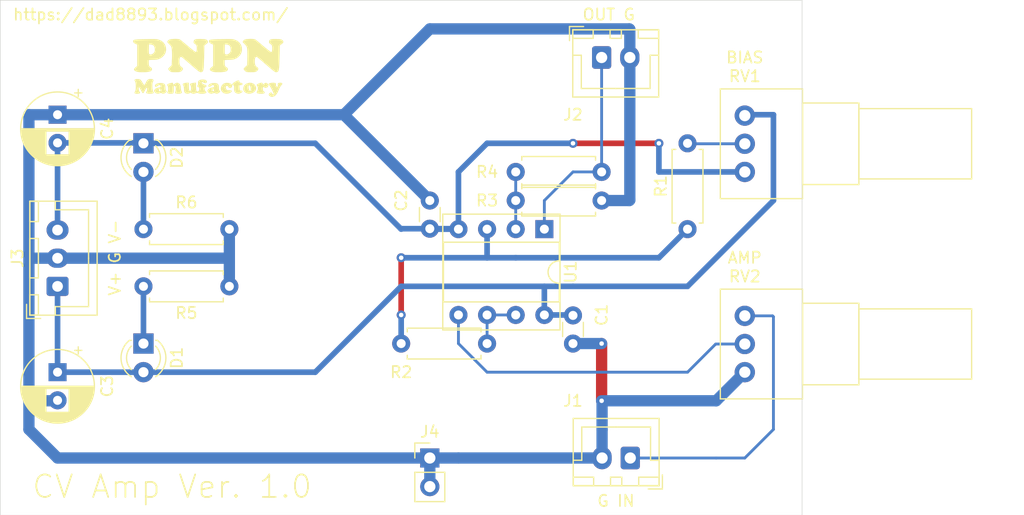
<source format=kicad_pcb>
(kicad_pcb (version 20171130) (host pcbnew "(5.1.6)-1")

  (general
    (thickness 1.6)
    (drawings 29)
    (tracks 95)
    (zones 0)
    (modules 20)
    (nets 13)
  )

  (page A4)
  (title_block
    (title CV_Amp)
    (date 2020-12-22)
    (rev "Ver. 1.0")
    (company "PNPN Manufactory")
  )

  (layers
    (0 F.Cu signal)
    (31 B.Cu signal)
    (32 B.Adhes user)
    (33 F.Adhes user)
    (34 B.Paste user)
    (35 F.Paste user)
    (36 B.SilkS user)
    (37 F.SilkS user)
    (38 B.Mask user)
    (39 F.Mask user)
    (40 Dwgs.User user)
    (41 Cmts.User user)
    (42 Eco1.User user)
    (43 Eco2.User user)
    (44 Edge.Cuts user)
    (45 Margin user)
    (46 B.CrtYd user)
    (47 F.CrtYd user)
    (48 B.Fab user)
    (49 F.Fab user hide)
  )

  (setup
    (last_trace_width 0.25)
    (user_trace_width 0.5)
    (user_trace_width 1)
    (trace_clearance 0.2)
    (zone_clearance 0.508)
    (zone_45_only no)
    (trace_min 0.2)
    (via_size 0.8)
    (via_drill 0.4)
    (via_min_size 0.4)
    (via_min_drill 0.3)
    (uvia_size 0.3)
    (uvia_drill 0.1)
    (uvias_allowed no)
    (uvia_min_size 0.2)
    (uvia_min_drill 0.1)
    (edge_width 0.05)
    (segment_width 0.2)
    (pcb_text_width 0.3)
    (pcb_text_size 1.5 1.5)
    (mod_edge_width 0.12)
    (mod_text_size 1 1)
    (mod_text_width 0.15)
    (pad_size 1.524 1.524)
    (pad_drill 0.762)
    (pad_to_mask_clearance 0.05)
    (aux_axis_origin 0 0)
    (visible_elements 7FFFFFFF)
    (pcbplotparams
      (layerselection 0x010fc_ffffffff)
      (usegerberextensions false)
      (usegerberattributes true)
      (usegerberadvancedattributes true)
      (creategerberjobfile true)
      (excludeedgelayer true)
      (linewidth 0.100000)
      (plotframeref false)
      (viasonmask false)
      (mode 1)
      (useauxorigin false)
      (hpglpennumber 1)
      (hpglpenspeed 20)
      (hpglpendiameter 15.000000)
      (psnegative false)
      (psa4output false)
      (plotreference true)
      (plotvalue true)
      (plotinvisibletext false)
      (padsonsilk false)
      (subtractmaskfromsilk false)
      (outputformat 1)
      (mirror false)
      (drillshape 1)
      (scaleselection 1)
      (outputdirectory ""))
  )

  (net 0 "")
  (net 1 VCC)
  (net 2 GND)
  (net 3 VEE)
  (net 4 "Net-(D1-Pad1)")
  (net 5 "Net-(D2-Pad2)")
  (net 6 "Net-(J1-Pad1)")
  (net 7 "Net-(J2-Pad1)")
  (net 8 "Net-(R1-Pad2)")
  (net 9 "Net-(R1-Pad1)")
  (net 10 "Net-(R2-Pad2)")
  (net 11 "Net-(R3-Pad2)")
  (net 12 "Net-(RV2-Pad2)")

  (net_class Default "This is the default net class."
    (clearance 0.2)
    (trace_width 0.25)
    (via_dia 0.8)
    (via_drill 0.4)
    (uvia_dia 0.3)
    (uvia_drill 0.1)
    (add_net GND)
    (add_net "Net-(D1-Pad1)")
    (add_net "Net-(D2-Pad2)")
    (add_net "Net-(J1-Pad1)")
    (add_net "Net-(J2-Pad1)")
    (add_net "Net-(R1-Pad1)")
    (add_net "Net-(R1-Pad2)")
    (add_net "Net-(R2-Pad2)")
    (add_net "Net-(R3-Pad2)")
    (add_net "Net-(RV2-Pad2)")
    (add_net VCC)
    (add_net VEE)
  )

  (module myfootprint:Silk_PNPN_Manufactory_600dpi (layer F.Cu) (tedit 5F22FC8E) (tstamp 5FE1C54E)
    (at 125.095 84.455)
    (fp_text reference G*** (at -3.81 -3.81) (layer F.Fab) hide
      (effects (font (size 1.524 1.524) (thickness 0.3)))
    )
    (fp_text value LOGO (at 2.54 -3.81) (layer F.Fab) hide
      (effects (font (size 1.524 1.524) (thickness 0.3)))
    )
    (fp_poly (pts (xy 3.945975 -2.281621) (xy 4.09399 -2.269093) (xy 4.184912 -2.246901) (xy 4.186458 -2.246098)
      (xy 4.240547 -2.207284) (xy 4.347813 -2.122362) (xy 4.4972 -2.000379) (xy 4.677649 -1.85038)
      (xy 4.878099 -1.681411) (xy 4.912595 -1.652109) (xy 5.113768 -1.484241) (xy 5.296208 -1.338041)
      (xy 5.449181 -1.221625) (xy 5.561956 -1.143109) (xy 5.623799 -1.11061) (xy 5.629003 -1.110325)
      (xy 5.671936 -1.147656) (xy 5.69759 -1.248037) (xy 5.706918 -1.352801) (xy 5.709923 -1.551994)
      (xy 5.68774 -1.687528) (xy 5.63404 -1.778284) (xy 5.542549 -1.843112) (xy 5.453323 -1.903737)
      (xy 5.424421 -1.979531) (xy 5.426746 -2.044) (xy 5.451397 -2.143161) (xy 5.510516 -2.212061)
      (xy 5.615683 -2.254818) (xy 5.778478 -2.275552) (xy 6.010482 -2.278382) (xy 6.081086 -2.276762)
      (xy 6.288509 -2.26824) (xy 6.429491 -2.254207) (xy 6.522229 -2.231417) (xy 6.584918 -2.196621)
      (xy 6.599669 -2.184189) (xy 6.66585 -2.098752) (xy 6.688667 -2.027108) (xy 6.682713 -1.976534)
      (xy 6.654377 -1.929752) (xy 6.587948 -1.868558) (xy 6.477 -1.781828) (xy 6.371167 -1.701019)
      (xy 6.349122 -0.649426) (xy 6.340281 -0.282457) (xy 6.329626 0.008711) (xy 6.315307 0.232946)
      (xy 6.295475 0.399113) (xy 6.268283 0.516079) (xy 6.23188 0.592711) (xy 6.184419 0.637874)
      (xy 6.12405 0.660435) (xy 6.074539 0.667404) (xy 6.026327 0.664652) (xy 5.968215 0.643976)
      (xy 5.891544 0.599027) (xy 5.787655 0.523456) (xy 5.647887 0.410913) (xy 5.463583 0.255049)
      (xy 5.226082 0.049514) (xy 5.195347 0.022737) (xy 4.97885 -0.164928) (xy 4.780251 -0.335108)
      (xy 4.609504 -0.479431) (xy 4.476562 -0.589525) (xy 4.391381 -0.657019) (xy 4.367566 -0.673463)
      (xy 4.276807 -0.695025) (xy 4.212767 -0.644598) (xy 4.172536 -0.518239) (xy 4.157431 -0.38885)
      (xy 4.158046 -0.17296) (xy 4.189951 0.006802) (xy 4.248631 0.134384) (xy 4.320661 0.191344)
      (xy 4.406453 0.248557) (xy 4.449364 0.304487) (xy 4.471628 0.384086) (xy 4.437553 0.467958)
      (xy 4.413753 0.501695) (xy 4.323325 0.589643) (xy 4.229517 0.640356) (xy 4.130324 0.654927)
      (xy 3.976341 0.663829) (xy 3.797274 0.666791) (xy 3.622828 0.663542) (xy 3.482708 0.65381)
      (xy 3.440427 0.647568) (xy 3.35485 0.604327) (xy 3.263466 0.522466) (xy 3.194684 0.43136)
      (xy 3.175 0.373133) (xy 3.20383 0.324257) (xy 3.277286 0.242962) (xy 3.329933 0.192413)
      (xy 3.484866 0.050476) (xy 3.504712 -0.499131) (xy 3.510023 -0.739017) (xy 3.509577 -0.978959)
      (xy 3.503753 -1.190165) (xy 3.493733 -1.336572) (xy 3.472591 -1.496394) (xy 3.441207 -1.604329)
      (xy 3.384467 -1.693016) (xy 3.287259 -1.795093) (xy 3.276621 -1.805457) (xy 3.17866 -1.904506)
      (xy 3.111183 -1.980074) (xy 3.090334 -2.012037) (xy 3.127267 -2.107568) (xy 3.221017 -2.19584)
      (xy 3.307424 -2.239214) (xy 3.421591 -2.263283) (xy 3.583553 -2.278511) (xy 3.767089 -2.284692)
      (xy 3.945975 -2.281621)) (layer F.SilkS) (width 0.01))
    (fp_poly (pts (xy 1.975047 -2.274086) (xy 2.117389 -2.26682) (xy 2.228608 -2.253497) (xy 2.322066 -2.233614)
      (xy 2.364001 -2.221756) (xy 2.614226 -2.108197) (xy 2.806558 -1.944821) (xy 2.939623 -1.744837)
      (xy 3.012049 -1.521459) (xy 3.022461 -1.287899) (xy 2.969488 -1.057368) (xy 2.851754 -0.843079)
      (xy 2.667888 -0.658242) (xy 2.535437 -0.572476) (xy 2.413758 -0.511578) (xy 2.300242 -0.472362)
      (xy 2.167723 -0.448815) (xy 1.989036 -0.434921) (xy 1.894417 -0.430548) (xy 1.481667 -0.413486)
      (xy 1.481667 -0.189039) (xy 1.487843 -0.013288) (xy 1.512645 0.10093) (xy 1.565479 0.176245)
      (xy 1.655755 0.235286) (xy 1.658708 0.236819) (xy 1.75371 0.320997) (xy 1.774481 0.423323)
      (xy 1.722617 0.524267) (xy 1.629834 0.590936) (xy 1.511178 0.625751) (xy 1.332551 0.65064)
      (xy 1.118122 0.665091) (xy 0.892062 0.668586) (xy 0.678541 0.660612) (xy 0.501728 0.640653)
      (xy 0.406399 0.617013) (xy 0.250819 0.541679) (xy 0.179061 0.459733) (xy 0.190341 0.367817)
      (xy 0.283877 0.262573) (xy 0.3175 0.235703) (xy 0.465667 0.122691) (xy 0.465667 -1.166072)
      (xy 1.488034 -1.166072) (xy 1.495666 -1.025861) (xy 1.514564 -0.947579) (xy 1.532965 -0.924897)
      (xy 1.660679 -0.890433) (xy 1.80087 -0.930985) (xy 1.908257 -1.012744) (xy 1.986703 -1.106751)
      (xy 2.023145 -1.206386) (xy 2.032 -1.34905) (xy 2.003695 -1.554703) (xy 1.919603 -1.697943)
      (xy 1.780961 -1.77725) (xy 1.670048 -1.793588) (xy 1.502834 -1.799167) (xy 1.490632 -1.379332)
      (xy 1.488034 -1.166072) (xy 0.465667 -1.166072) (xy 0.465667 -1.78232) (xy 0.324714 -1.841214)
      (xy 0.171979 -1.927682) (xy 0.102019 -2.025595) (xy 0.105158 -2.114537) (xy 0.11978 -2.1511)
      (xy 0.1443 -2.179733) (xy 0.18871 -2.201772) (xy 0.263002 -2.218551) (xy 0.377169 -2.231407)
      (xy 0.541201 -2.241675) (xy 0.765092 -2.250691) (xy 1.058834 -2.259791) (xy 1.227667 -2.264583)
      (xy 1.543548 -2.272464) (xy 1.788221 -2.2758) (xy 1.975047 -2.274086)) (layer F.SilkS) (width 0.01))
    (fp_poly (pts (xy -2.742692 -2.281621) (xy -2.594677 -2.269093) (xy -2.503755 -2.246901) (xy -2.502208 -2.246098)
      (xy -2.44812 -2.207284) (xy -2.340853 -2.122362) (xy -2.191466 -2.000379) (xy -2.011018 -1.85038)
      (xy -1.810567 -1.681411) (xy -1.776071 -1.652109) (xy -1.574898 -1.484241) (xy -1.392459 -1.338041)
      (xy -1.239486 -1.221625) (xy -1.126711 -1.143109) (xy -1.064867 -1.11061) (xy -1.059663 -1.110325)
      (xy -1.016731 -1.147656) (xy -0.991076 -1.248037) (xy -0.981749 -1.352801) (xy -0.978743 -1.551994)
      (xy -1.000926 -1.687528) (xy -1.054627 -1.778284) (xy -1.146118 -1.843112) (xy -1.235343 -1.903737)
      (xy -1.264246 -1.979531) (xy -1.261921 -2.044) (xy -1.23727 -2.143161) (xy -1.178151 -2.212061)
      (xy -1.072984 -2.254818) (xy -0.910189 -2.275552) (xy -0.678184 -2.278382) (xy -0.607581 -2.276762)
      (xy -0.400158 -2.26824) (xy -0.259176 -2.254207) (xy -0.166438 -2.231417) (xy -0.103749 -2.196621)
      (xy -0.088997 -2.184189) (xy -0.022816 -2.098752) (xy 0 -2.027108) (xy -0.005954 -1.976534)
      (xy -0.03429 -1.929752) (xy -0.100718 -1.868558) (xy -0.211666 -1.781828) (xy -0.3175 -1.701019)
      (xy -0.339545 -0.649426) (xy -0.348386 -0.282457) (xy -0.359041 0.008711) (xy -0.37336 0.232946)
      (xy -0.393191 0.399113) (xy -0.420384 0.516079) (xy -0.456786 0.592711) (xy -0.504248 0.637874)
      (xy -0.564617 0.660435) (xy -0.614128 0.667404) (xy -0.66234 0.664652) (xy -0.720451 0.643976)
      (xy -0.797122 0.599027) (xy -0.901012 0.523456) (xy -1.040779 0.410913) (xy -1.225084 0.255049)
      (xy -1.462585 0.049514) (xy -1.49332 0.022737) (xy -1.709817 -0.164928) (xy -1.908416 -0.335108)
      (xy -2.079163 -0.479431) (xy -2.212104 -0.589525) (xy -2.297286 -0.657019) (xy -2.321101 -0.673463)
      (xy -2.41186 -0.695025) (xy -2.4759 -0.644598) (xy -2.516131 -0.518239) (xy -2.531235 -0.38885)
      (xy -2.530621 -0.17296) (xy -2.498715 0.006802) (xy -2.440036 0.134384) (xy -2.368006 0.191344)
      (xy -2.282214 0.248557) (xy -2.239303 0.304487) (xy -2.217038 0.384086) (xy -2.251113 0.467958)
      (xy -2.274914 0.501695) (xy -2.365342 0.589643) (xy -2.459149 0.640356) (xy -2.558343 0.654927)
      (xy -2.712326 0.663829) (xy -2.891393 0.666791) (xy -3.065839 0.663542) (xy -3.205959 0.65381)
      (xy -3.24824 0.647568) (xy -3.333816 0.604327) (xy -3.425201 0.522466) (xy -3.493983 0.43136)
      (xy -3.513666 0.373133) (xy -3.484836 0.324257) (xy -3.41138 0.242962) (xy -3.358734 0.192413)
      (xy -3.203801 0.050476) (xy -3.183955 -0.499131) (xy -3.178644 -0.739017) (xy -3.179089 -0.978959)
      (xy -3.184913 -1.190165) (xy -3.194933 -1.336572) (xy -3.216076 -1.496394) (xy -3.24746 -1.604329)
      (xy -3.304199 -1.693016) (xy -3.401407 -1.795093) (xy -3.412045 -1.805457) (xy -3.510007 -1.904506)
      (xy -3.577484 -1.980074) (xy -3.598333 -2.012037) (xy -3.5614 -2.107568) (xy -3.46765 -2.19584)
      (xy -3.381243 -2.239214) (xy -3.267075 -2.263283) (xy -3.105113 -2.278511) (xy -2.921578 -2.284692)
      (xy -2.742692 -2.281621)) (layer F.SilkS) (width 0.01))
    (fp_poly (pts (xy -4.755953 -2.274086) (xy -4.613611 -2.26682) (xy -4.502392 -2.253497) (xy -4.408934 -2.233614)
      (xy -4.366999 -2.221756) (xy -4.116774 -2.108197) (xy -3.924442 -1.944821) (xy -3.791377 -1.744837)
      (xy -3.718951 -1.521459) (xy -3.708539 -1.287899) (xy -3.761512 -1.057368) (xy -3.879246 -0.843079)
      (xy -4.063112 -0.658242) (xy -4.195563 -0.572476) (xy -4.317242 -0.511578) (xy -4.430758 -0.472362)
      (xy -4.563277 -0.448815) (xy -4.741964 -0.434921) (xy -4.836583 -0.430548) (xy -5.249333 -0.413486)
      (xy -5.249333 -0.189039) (xy -5.243157 -0.013288) (xy -5.218355 0.10093) (xy -5.165521 0.176245)
      (xy -5.075245 0.235286) (xy -5.072292 0.236819) (xy -4.97729 0.320997) (xy -4.956519 0.423323)
      (xy -5.008383 0.524267) (xy -5.101166 0.590936) (xy -5.219822 0.625751) (xy -5.398449 0.65064)
      (xy -5.612878 0.665091) (xy -5.838938 0.668586) (xy -6.052459 0.660612) (xy -6.229272 0.640653)
      (xy -6.324601 0.617013) (xy -6.480181 0.541679) (xy -6.551939 0.459733) (xy -6.540659 0.367817)
      (xy -6.447123 0.262573) (xy -6.4135 0.235703) (xy -6.265333 0.122691) (xy -6.265333 -1.166072)
      (xy -5.242966 -1.166072) (xy -5.235334 -1.025861) (xy -5.216436 -0.947579) (xy -5.198035 -0.924897)
      (xy -5.070321 -0.890433) (xy -4.93013 -0.930985) (xy -4.822743 -1.012744) (xy -4.744297 -1.106751)
      (xy -4.707855 -1.206386) (xy -4.699 -1.34905) (xy -4.727305 -1.554703) (xy -4.811397 -1.697943)
      (xy -4.950039 -1.77725) (xy -5.060952 -1.793588) (xy -5.228166 -1.799167) (xy -5.240368 -1.379332)
      (xy -5.242966 -1.166072) (xy -6.265333 -1.166072) (xy -6.265333 -1.78232) (xy -6.406286 -1.841214)
      (xy -6.559021 -1.927682) (xy -6.628981 -2.025595) (xy -6.625842 -2.114537) (xy -6.61122 -2.1511)
      (xy -6.5867 -2.179733) (xy -6.54229 -2.201772) (xy -6.467998 -2.218551) (xy -6.353831 -2.231407)
      (xy -6.189799 -2.241675) (xy -5.965908 -2.250691) (xy -5.672166 -2.259791) (xy -5.503333 -2.264583)
      (xy -5.187452 -2.272464) (xy -4.942779 -2.2758) (xy -4.755953 -2.274086)) (layer F.SilkS) (width 0.01))
    (fp_poly (pts (xy 4.860904 1.661134) (xy 4.868334 1.700712) (xy 4.868334 1.792758) (xy 4.966312 1.700712)
      (xy 5.092373 1.622022) (xy 5.210399 1.623484) (xy 5.309909 1.704636) (xy 5.317863 1.716234)
      (xy 5.363613 1.815186) (xy 5.349655 1.907615) (xy 5.341445 1.926733) (xy 5.26055 2.022054)
      (xy 5.147965 2.062504) (xy 5.034741 2.039967) (xy 5.000776 2.015758) (xy 4.930167 1.971411)
      (xy 4.888001 1.997886) (xy 4.869856 2.100148) (xy 4.868334 2.164566) (xy 4.884572 2.291694)
      (xy 4.939705 2.362803) (xy 4.953 2.370667) (xy 5.024633 2.437568) (xy 5.02796 2.509119)
      (xy 4.970704 2.556637) (xy 4.86343 2.57865) (xy 4.720174 2.584777) (xy 4.570103 2.57674)
      (xy 4.44238 2.556263) (xy 4.366173 2.525071) (xy 4.361843 2.520652) (xy 4.334323 2.457352)
      (xy 4.366638 2.379538) (xy 4.377826 2.363066) (xy 4.427299 2.246422) (xy 4.444118 2.106524)
      (xy 4.428473 1.976316) (xy 4.380558 1.88874) (xy 4.375033 1.884339) (xy 4.330369 1.818504)
      (xy 4.369156 1.748945) (xy 4.49035 1.677312) (xy 4.512308 1.667847) (xy 4.67934 1.614946)
      (xy 4.798384 1.612971) (xy 4.860904 1.661134)) (layer F.SilkS) (width 0.01))
    (fp_poly (pts (xy 3.875109 1.623637) (xy 4.049811 1.69557) (xy 4.183342 1.819352) (xy 4.2614 1.987227)
      (xy 4.275667 2.108855) (xy 4.23718 2.266921) (xy 4.133704 2.400439) (xy 3.98321 2.501756)
      (xy 3.803674 2.563218) (xy 3.613069 2.577173) (xy 3.429368 2.535966) (xy 3.357619 2.499774)
      (xy 3.213917 2.379557) (xy 3.14666 2.233472) (xy 3.14549 2.064945) (xy 3.18246 1.947986)
      (xy 3.599383 1.947986) (xy 3.600714 2.067349) (xy 3.623955 2.187999) (xy 3.66473 2.277289)
      (xy 3.732587 2.3439) (xy 3.781803 2.330251) (xy 3.807446 2.239631) (xy 3.81 2.180424)
      (xy 3.794153 2.022497) (xy 3.75227 1.898245) (xy 3.692839 1.828444) (xy 3.662881 1.820333)
      (xy 3.620069 1.856714) (xy 3.599383 1.947986) (xy 3.18246 1.947986) (xy 3.205088 1.876402)
      (xy 3.330271 1.737745) (xy 3.45939 1.666324) (xy 3.673535 1.611304) (xy 3.875109 1.623637)) (layer F.SilkS) (width 0.01))
    (fp_poly (pts (xy 2.771129 1.421649) (xy 2.794 1.500151) (xy 2.809111 1.574147) (xy 2.870793 1.607858)
      (xy 2.931584 1.616568) (xy 3.031232 1.639803) (xy 3.067598 1.692408) (xy 3.069167 1.7145)
      (xy 3.047417 1.777533) (xy 2.968693 1.80769) (xy 2.929555 1.812583) (xy 2.789944 1.826)
      (xy 2.802555 2.066583) (xy 2.811999 2.202482) (xy 2.829701 2.274238) (xy 2.867205 2.302312)
      (xy 2.936054 2.307166) (xy 2.938288 2.307167) (xy 3.044024 2.325488) (xy 3.074145 2.374196)
      (xy 3.027779 2.443902) (xy 2.955856 2.496242) (xy 2.772638 2.570958) (xy 2.600266 2.571343)
      (xy 2.453323 2.497895) (xy 2.432243 2.478424) (xy 2.374053 2.407824) (xy 2.342468 2.325522)
      (xy 2.329901 2.203703) (xy 2.328334 2.097424) (xy 2.32573 1.947879) (xy 2.314122 1.864285)
      (xy 2.287809 1.82799) (xy 2.243667 1.820333) (xy 2.167888 1.799938) (xy 2.15914 1.745603)
      (xy 2.212247 1.667607) (xy 2.322037 1.576227) (xy 2.387866 1.53389) (xy 2.571155 1.43673)
      (xy 2.697881 1.399402) (xy 2.771129 1.421649)) (layer F.SilkS) (width 0.01))
    (fp_poly (pts (xy 1.829745 1.624475) (xy 1.992069 1.672766) (xy 2.103619 1.756862) (xy 2.137179 1.81827)
      (xy 2.142123 1.93351) (xy 2.091786 2.019956) (xy 2.008605 2.067382) (xy 1.915015 2.065567)
      (xy 1.833453 2.004286) (xy 1.811748 1.966562) (xy 1.74446 1.88265) (xy 1.675072 1.871312)
      (xy 1.59968 1.917207) (xy 1.573247 2.011054) (xy 1.599155 2.129454) (xy 1.629633 2.185802)
      (xy 1.684992 2.251726) (xy 1.755966 2.279469) (xy 1.874236 2.280056) (xy 1.896303 2.278604)
      (xy 2.040329 2.28547) (xy 2.110343 2.325839) (xy 2.103154 2.391595) (xy 2.015569 2.474621)
      (xy 1.981969 2.496375) (xy 1.800327 2.564497) (xy 1.596889 2.575303) (xy 1.409742 2.527532)
      (xy 1.386949 2.516065) (xy 1.242179 2.39515) (xy 1.163419 2.237047) (xy 1.153405 2.060825)
      (xy 1.214874 1.885554) (xy 1.283209 1.793095) (xy 1.390629 1.692839) (xy 1.500117 1.641541)
      (xy 1.636032 1.619671) (xy 1.829745 1.624475)) (layer F.SilkS) (width 0.01))
    (fp_poly (pts (xy 0.753532 1.64726) (xy 0.877227 1.706783) (xy 0.946639 1.82001) (xy 0.972663 1.998281)
      (xy 0.973667 2.055753) (xy 0.981996 2.204702) (xy 1.010761 2.290955) (xy 1.04775 2.326109)
      (xy 1.089908 2.360625) (xy 1.080114 2.400569) (xy 1.011587 2.468747) (xy 1.003056 2.476379)
      (xy 0.870847 2.559596) (xy 0.743893 2.579019) (xy 0.644615 2.532681) (xy 0.584341 2.504218)
      (xy 0.492811 2.529613) (xy 0.48599 2.532681) (xy 0.306296 2.579372) (xy 0.150472 2.544855)
      (xy 0.061576 2.478424) (xy -0.018259 2.385837) (xy -0.03349 2.312023) (xy -0.01763 2.283873)
      (xy 0.389863 2.283873) (xy 0.433042 2.352141) (xy 0.485505 2.370667) (xy 0.537952 2.334008)
      (xy 0.550334 2.264833) (xy 0.524429 2.183263) (xy 0.466105 2.156972) (xy 0.404444 2.197925)
      (xy 0.400914 2.20336) (xy 0.389863 2.283873) (xy -0.01763 2.283873) (xy 0.015126 2.225736)
      (xy 0.054314 2.178363) (xy 0.160177 2.092995) (xy 0.308162 2.049142) (xy 0.350647 2.043496)
      (xy 0.472582 2.024619) (xy 0.531671 1.995169) (xy 0.549684 1.941612) (xy 0.550334 1.919332)
      (xy 0.525281 1.822731) (xy 0.457947 1.792968) (xy 0.360065 1.831682) (xy 0.296334 1.883833)
      (xy 0.189514 1.959761) (xy 0.103738 1.97363) (xy 0.054117 1.927351) (xy 0.049948 1.852669)
      (xy 0.104694 1.754195) (xy 0.229877 1.681235) (xy 0.413772 1.63886) (xy 0.564657 1.630101)
      (xy 0.753532 1.64726)) (layer F.SilkS) (width 0.01))
    (fp_poly (pts (xy -0.326551 1.325609) (xy -0.187995 1.370284) (xy -0.10677 1.44915) (xy -0.092656 1.537259)
      (xy -0.138199 1.617129) (xy -0.23124 1.643114) (xy -0.351576 1.612171) (xy -0.401837 1.583823)
      (xy -0.501968 1.538691) (xy -0.555768 1.554835) (xy -0.556476 1.604116) (xy -0.49958 1.667978)
      (xy -0.40637 1.730262) (xy -0.29813 1.77481) (xy -0.253445 1.784325) (xy -0.167288 1.823419)
      (xy -0.129921 1.890923) (xy -0.145871 1.958288) (xy -0.219664 1.996966) (xy -0.219735 1.996976)
      (xy -0.287855 2.021983) (xy -0.311316 2.087879) (xy -0.311224 2.148726) (xy -0.266698 2.298167)
      (xy -0.205391 2.370948) (xy -0.139403 2.432378) (xy -0.135141 2.471437) (xy -0.188008 2.518805)
      (xy -0.286153 2.557864) (xy -0.434741 2.578746) (xy -0.601455 2.581161) (xy -0.753982 2.564815)
      (xy -0.860006 2.529417) (xy -0.866654 2.52493) (xy -0.938695 2.489559) (xy -1.016807 2.506174)
      (xy -1.054662 2.524669) (xy -1.181525 2.568791) (xy -1.31185 2.580802) (xy -1.417175 2.561211)
      (xy -1.466941 2.517314) (xy -1.493176 2.475885) (xy -1.539786 2.485773) (xy -1.591123 2.517314)
      (xy -1.738659 2.573997) (xy -1.892888 2.570381) (xy -2.021041 2.507927) (xy -2.032 2.497667)
      (xy -2.084101 2.422476) (xy -2.110104 2.314128) (xy -2.116666 2.162024) (xy -2.128408 1.979492)
      (xy -2.165158 1.867745) (xy -2.184278 1.843436) (xy -2.23065 1.761355) (xy -2.199807 1.692679)
      (xy -2.098723 1.641843) (xy -1.934374 1.61328) (xy -1.815041 1.608667) (xy -1.693333 1.608667)
      (xy -1.693333 1.94215) (xy -1.683467 2.155995) (xy -1.654443 2.293098) (xy -1.607124 2.351454)
      (xy -1.542371 2.329056) (xy -1.531459 2.318859) (xy -1.495212 2.235846) (xy -1.482587 2.107185)
      (xy -1.492539 1.968219) (xy -1.524024 1.854295) (xy -1.546234 1.819153) (xy -1.58859 1.758247)
      (xy -1.566865 1.712421) (xy -1.54483 1.693054) (xy -1.465164 1.656841) (xy -1.338092 1.627244)
      (xy -1.268595 1.618098) (xy -1.058333 1.597894) (xy -1.058333 1.95793) (xy -1.050923 2.175375)
      (xy -1.026312 2.316337) (xy -0.980929 2.387893) (xy -0.911203 2.397123) (xy -0.849373 2.372115)
      (xy -0.788101 2.304957) (xy -0.757703 2.204578) (xy -0.758381 2.099566) (xy -0.790336 2.018509)
      (xy -0.846666 1.989667) (xy -0.917419 1.959732) (xy -0.931333 1.905) (xy -0.913398 1.836213)
      (xy -0.8885 1.820333) (xy -0.86516 1.782791) (xy -0.868037 1.682242) (xy -0.871143 1.661009)
      (xy -0.866873 1.514123) (xy -0.796613 1.410686) (xy -0.655758 1.346386) (xy -0.509117 1.322007)
      (xy -0.326551 1.325609)) (layer F.SilkS) (width 0.01))
    (fp_poly (pts (xy -2.58197 1.64605) (xy -2.477292 1.751426) (xy -2.420771 1.914635) (xy -2.413 2.017902)
      (xy -2.398155 2.174612) (xy -2.361483 2.324994) (xy -2.351774 2.350587) (xy -2.315533 2.449135)
      (xy -2.318829 2.501218) (xy -2.364566 2.536705) (xy -2.370157 2.539727) (xy -2.470887 2.568257)
      (xy -2.610741 2.580159) (xy -2.75204 2.575057) (xy -2.857102 2.552577) (xy -2.872454 2.544735)
      (xy -2.907776 2.496441) (xy -2.883037 2.421167) (xy -2.848488 2.309008) (xy -2.837027 2.167812)
      (xy -2.847704 2.030337) (xy -2.879568 1.929341) (xy -2.897979 1.906539) (xy -2.971995 1.870771)
      (xy -3.019765 1.910166) (xy -3.042379 2.026908) (xy -3.042333 2.195462) (xy -3.040447 2.347363)
      (xy -3.048106 2.468521) (xy -3.062416 2.529417) (xy -3.12301 2.561104) (xy -3.235358 2.578086)
      (xy -3.367713 2.57964) (xy -3.488326 2.565044) (xy -3.556 2.540643) (xy -3.596697 2.495876)
      (xy -3.575896 2.430376) (xy -3.566583 2.414866) (xy -3.52936 2.308463) (xy -3.514291 2.167115)
      (xy -3.520735 2.022779) (xy -3.548047 1.907406) (xy -3.577689 1.862233) (xy -3.615397 1.796989)
      (xy -3.570628 1.734928) (xy -3.445565 1.678187) (xy -3.36664 1.655703) (xy -3.219974 1.621555)
      (xy -3.136857 1.61356) (xy -3.099569 1.634131) (xy -3.090388 1.685682) (xy -3.090333 1.693333)
      (xy -3.075329 1.762164) (xy -3.054561 1.778) (xy -3.002306 1.749693) (xy -2.942166 1.693333)
      (xy -2.829356 1.624646) (xy -2.727011 1.608667) (xy -2.58197 1.64605)) (layer F.SilkS) (width 0.01))
    (fp_poly (pts (xy -3.987801 1.64726) (xy -3.864106 1.706783) (xy -3.794694 1.82001) (xy -3.76867 1.998281)
      (xy -3.767666 2.055753) (xy -3.759337 2.204702) (xy -3.730573 2.290955) (xy -3.693583 2.326109)
      (xy -3.651426 2.360625) (xy -3.661219 2.400569) (xy -3.729746 2.468747) (xy -3.738277 2.476379)
      (xy -3.870487 2.559596) (xy -3.99744 2.579019) (xy -4.096718 2.532681) (xy -4.156992 2.504218)
      (xy -4.248522 2.529613) (xy -4.255343 2.532681) (xy -4.435037 2.579372) (xy -4.590861 2.544855)
      (xy -4.679757 2.478424) (xy -4.759592 2.385837) (xy -4.774824 2.312023) (xy -4.758964 2.283873)
      (xy -4.35147 2.283873) (xy -4.308292 2.352141) (xy -4.255828 2.370667) (xy -4.203381 2.334008)
      (xy -4.191 2.264833) (xy -4.216904 2.183263) (xy -4.275228 2.156972) (xy -4.33689 2.197925)
      (xy -4.340419 2.20336) (xy -4.35147 2.283873) (xy -4.758964 2.283873) (xy -4.726208 2.225736)
      (xy -4.68702 2.178363) (xy -4.581156 2.092995) (xy -4.433171 2.049142) (xy -4.390686 2.043496)
      (xy -4.268752 2.024619) (xy -4.209662 1.995169) (xy -4.191649 1.941612) (xy -4.191 1.919332)
      (xy -4.216052 1.822731) (xy -4.283386 1.792968) (xy -4.381269 1.831682) (xy -4.445 1.883833)
      (xy -4.55182 1.959761) (xy -4.637595 1.97363) (xy -4.687217 1.927351) (xy -4.691386 1.852669)
      (xy -4.636639 1.754195) (xy -4.511456 1.681235) (xy -4.327561 1.63886) (xy -4.176676 1.630101)
      (xy -3.987801 1.64726)) (layer F.SilkS) (width 0.01))
    (fp_poly (pts (xy -4.998126 1.276472) (xy -4.902965 1.292379) (xy -4.892962 1.295696) (xy -4.835619 1.354973)
      (xy -4.834818 1.444644) (xy -4.878916 1.517682) (xy -4.909562 1.593082) (xy -4.926529 1.72733)
      (xy -4.930664 1.895861) (xy -4.922811 2.07411) (xy -4.903816 2.237512) (xy -4.874525 2.361503)
      (xy -4.848138 2.411927) (xy -4.801324 2.473754) (xy -4.818663 2.511106) (xy -4.862038 2.536631)
      (xy -4.960943 2.565996) (xy -5.098847 2.579984) (xy -5.24593 2.578967) (xy -5.372373 2.563315)
      (xy -5.448356 2.533397) (xy -5.452316 2.529296) (xy -5.469872 2.458592) (xy -5.436333 2.394205)
      (xy -5.397217 2.308692) (xy -5.378117 2.204303) (xy -5.379584 2.108478) (xy -5.402172 2.04866)
      (xy -5.42925 2.042339) (xy -5.474229 2.087276) (xy -5.538306 2.186813) (xy -5.597854 2.299867)
      (xy -5.664391 2.424736) (xy -5.722855 2.511572) (xy -5.756999 2.54) (xy -5.795617 2.504724)
      (xy -5.856946 2.411742) (xy -5.928439 2.280327) (xy -5.936148 2.264833) (xy -6.00657 2.130642)
      (xy -6.066079 2.032684) (xy -6.102898 1.99014) (xy -6.105086 1.989667) (xy -6.132316 2.025776)
      (xy -6.141709 2.114035) (xy -6.135495 2.224339) (xy -6.115908 2.326585) (xy -6.085179 2.390667)
      (xy -6.074833 2.397691) (xy -6.017534 2.451664) (xy -6.02781 2.519262) (xy -6.078296 2.556637)
      (xy -6.191111 2.580759) (xy -6.319548 2.582283) (xy -6.432505 2.563893) (xy -6.498881 2.528274)
      (xy -6.503607 2.519921) (xy -6.495888 2.44349) (xy -6.459945 2.389897) (xy -6.422156 2.307674)
      (xy -6.398 2.166946) (xy -6.387429 1.992761) (xy -6.390395 1.810169) (xy -6.406851 1.644217)
      (xy -6.43675 1.519955) (xy -6.461676 1.475211) (xy -6.507159 1.389093) (xy -6.476221 1.324114)
      (xy -6.375588 1.285454) (xy -6.211988 1.278294) (xy -6.206394 1.278607) (xy -6.091985 1.288172)
      (xy -6.016008 1.311496) (xy -5.955188 1.365346) (xy -5.886251 1.466487) (xy -5.839912 1.542601)
      (xy -5.758062 1.670424) (xy -5.688307 1.765711) (xy -5.645497 1.80821) (xy -5.645001 1.808388)
      (xy -5.603786 1.78222) (xy -5.548738 1.699498) (xy -5.522438 1.646428) (xy -5.429098 1.46204)
      (xy -5.341094 1.346722) (xy -5.244277 1.287151) (xy -5.124499 1.270002) (xy -5.122723 1.27)
      (xy -4.998126 1.276472)) (layer F.SilkS) (width 0.01))
    (fp_poly (pts (xy 6.555999 1.627306) (xy 6.606377 1.6794) (xy 6.578237 1.75921) (xy 6.522965 1.81769)
      (xy 6.433409 1.929915) (xy 6.341009 2.102738) (xy 6.283903 2.241076) (xy 6.163103 2.503724)
      (xy 6.023185 2.69791) (xy 5.869227 2.819461) (xy 5.706308 2.864205) (xy 5.559018 2.836511)
      (xy 5.464147 2.769362) (xy 5.420464 2.712691) (xy 5.398957 2.635081) (xy 5.439625 2.562358)
      (xy 5.46003 2.54097) (xy 5.550378 2.46911) (xy 5.619702 2.471677) (xy 5.690706 2.550601)
      (xy 5.697726 2.561167) (xy 5.768278 2.645099) (xy 5.820072 2.662194) (xy 5.841886 2.609242)
      (xy 5.842 2.602443) (xy 5.821823 2.525548) (xy 5.768954 2.398913) (xy 5.694886 2.245022)
      (xy 5.61111 2.086356) (xy 5.529121 1.945399) (xy 5.460411 1.844635) (xy 5.445874 1.827505)
      (xy 5.386344 1.756937) (xy 5.38309 1.715568) (xy 5.434366 1.670932) (xy 5.437341 1.668755)
      (xy 5.53103 1.633484) (xy 5.671911 1.61375) (xy 5.824364 1.610958) (xy 5.952767 1.626511)
      (xy 6.00528 1.646363) (xy 6.042527 1.713596) (xy 6.036832 1.764352) (xy 6.036541 1.852279)
      (xy 6.07539 1.932168) (xy 6.134259 1.976156) (xy 6.178047 1.970119) (xy 6.211573 1.90118)
      (xy 6.204639 1.79923) (xy 6.200588 1.693618) (xy 6.246908 1.634493) (xy 6.356703 1.610758)
      (xy 6.429663 1.608667) (xy 6.555999 1.627306)) (layer F.SilkS) (width 0.01))
  )

  (module Package_DIP:DIP-8_W7.62mm_Socket (layer F.Cu) (tedit 5A02E8C5) (tstamp 5FC95B74)
    (at 154.94 99.06 270)
    (descr "8-lead though-hole mounted DIP package, row spacing 7.62 mm (300 mils), Socket")
    (tags "THT DIP DIL PDIP 2.54mm 7.62mm 300mil Socket")
    (path /5FC904E2)
    (fp_text reference U1 (at 3.81 -2.33 90) (layer F.SilkS)
      (effects (font (size 1 1) (thickness 0.15)))
    )
    (fp_text value NJM4580 (at 3.81 9.95 90) (layer F.Fab)
      (effects (font (size 1 1) (thickness 0.15)))
    )
    (fp_line (start 9.15 -1.6) (end -1.55 -1.6) (layer F.CrtYd) (width 0.05))
    (fp_line (start 9.15 9.2) (end 9.15 -1.6) (layer F.CrtYd) (width 0.05))
    (fp_line (start -1.55 9.2) (end 9.15 9.2) (layer F.CrtYd) (width 0.05))
    (fp_line (start -1.55 -1.6) (end -1.55 9.2) (layer F.CrtYd) (width 0.05))
    (fp_line (start 8.95 -1.39) (end -1.33 -1.39) (layer F.SilkS) (width 0.12))
    (fp_line (start 8.95 9.01) (end 8.95 -1.39) (layer F.SilkS) (width 0.12))
    (fp_line (start -1.33 9.01) (end 8.95 9.01) (layer F.SilkS) (width 0.12))
    (fp_line (start -1.33 -1.39) (end -1.33 9.01) (layer F.SilkS) (width 0.12))
    (fp_line (start 6.46 -1.33) (end 4.81 -1.33) (layer F.SilkS) (width 0.12))
    (fp_line (start 6.46 8.95) (end 6.46 -1.33) (layer F.SilkS) (width 0.12))
    (fp_line (start 1.16 8.95) (end 6.46 8.95) (layer F.SilkS) (width 0.12))
    (fp_line (start 1.16 -1.33) (end 1.16 8.95) (layer F.SilkS) (width 0.12))
    (fp_line (start 2.81 -1.33) (end 1.16 -1.33) (layer F.SilkS) (width 0.12))
    (fp_line (start 8.89 -1.33) (end -1.27 -1.33) (layer F.Fab) (width 0.1))
    (fp_line (start 8.89 8.95) (end 8.89 -1.33) (layer F.Fab) (width 0.1))
    (fp_line (start -1.27 8.95) (end 8.89 8.95) (layer F.Fab) (width 0.1))
    (fp_line (start -1.27 -1.33) (end -1.27 8.95) (layer F.Fab) (width 0.1))
    (fp_line (start 0.635 -0.27) (end 1.635 -1.27) (layer F.Fab) (width 0.1))
    (fp_line (start 0.635 8.89) (end 0.635 -0.27) (layer F.Fab) (width 0.1))
    (fp_line (start 6.985 8.89) (end 0.635 8.89) (layer F.Fab) (width 0.1))
    (fp_line (start 6.985 -1.27) (end 6.985 8.89) (layer F.Fab) (width 0.1))
    (fp_line (start 1.635 -1.27) (end 6.985 -1.27) (layer F.Fab) (width 0.1))
    (fp_text user %R (at 3.81 3.81 90) (layer F.Fab)
      (effects (font (size 1 1) (thickness 0.15)))
    )
    (fp_arc (start 3.81 -1.33) (end 2.81 -1.33) (angle -180) (layer F.SilkS) (width 0.12))
    (pad 8 thru_hole oval (at 7.62 0 270) (size 1.6 1.6) (drill 0.8) (layers *.Cu *.Mask)
      (net 1 VCC))
    (pad 4 thru_hole oval (at 0 7.62 270) (size 1.6 1.6) (drill 0.8) (layers *.Cu *.Mask)
      (net 3 VEE))
    (pad 7 thru_hole oval (at 7.62 2.54 270) (size 1.6 1.6) (drill 0.8) (layers *.Cu *.Mask)
      (net 10 "Net-(R2-Pad2)"))
    (pad 3 thru_hole oval (at 0 5.08 270) (size 1.6 1.6) (drill 0.8) (layers *.Cu *.Mask)
      (net 9 "Net-(R1-Pad1)"))
    (pad 6 thru_hole oval (at 7.62 5.08 270) (size 1.6 1.6) (drill 0.8) (layers *.Cu *.Mask)
      (net 10 "Net-(R2-Pad2)"))
    (pad 2 thru_hole oval (at 0 2.54 270) (size 1.6 1.6) (drill 0.8) (layers *.Cu *.Mask)
      (net 11 "Net-(R3-Pad2)"))
    (pad 5 thru_hole oval (at 7.62 7.62 270) (size 1.6 1.6) (drill 0.8) (layers *.Cu *.Mask)
      (net 12 "Net-(RV2-Pad2)"))
    (pad 1 thru_hole rect (at 0 0 270) (size 1.6 1.6) (drill 0.8) (layers *.Cu *.Mask)
      (net 7 "Net-(J2-Pad1)"))
    (model ${KISYS3DMOD}/Package_DIP.3dshapes/DIP-8_W7.62mm_Socket.wrl
      (at (xyz 0 0 0))
      (scale (xyz 1 1 1))
      (rotate (xyz 0 0 0))
    )
  )

  (module Potentiometer_THT:Potentiometer_Alps_RK097_Single_Horizontal (layer F.Cu) (tedit 5A3D4993) (tstamp 5FC95B50)
    (at 172.72 111.76)
    (descr "Potentiometer, horizontal, Alps RK097 Single, http://www.alps.com/prod/info/E/HTML/Potentiometer/RotaryPotentiometers/RK097/RK097_list.html")
    (tags "Potentiometer horizontal Alps RK097 Single")
    (path /5FC93CA0)
    (fp_text reference RV2 (at 0 -8.5) (layer F.SilkS)
      (effects (font (size 1 1) (thickness 0.15)))
    )
    (fp_text value 50k/A (at 0 3.5) (layer F.Fab)
      (effects (font (size 1 1) (thickness 0.15)))
    )
    (fp_line (start 20.25 -7.5) (end -2.3 -7.5) (layer F.CrtYd) (width 0.05))
    (fp_line (start 20.25 2.5) (end 20.25 -7.5) (layer F.CrtYd) (width 0.05))
    (fp_line (start -2.3 2.5) (end 20.25 2.5) (layer F.CrtYd) (width 0.05))
    (fp_line (start -2.3 -7.5) (end -2.3 2.5) (layer F.CrtYd) (width 0.05))
    (fp_line (start 20.12 -5.62) (end 20.12 0.62) (layer F.SilkS) (width 0.12))
    (fp_line (start 10.12 -5.62) (end 10.12 0.62) (layer F.SilkS) (width 0.12))
    (fp_line (start 10.12 0.62) (end 20.12 0.62) (layer F.SilkS) (width 0.12))
    (fp_line (start 10.12 -5.62) (end 20.12 -5.62) (layer F.SilkS) (width 0.12))
    (fp_line (start 10.12 -6.12) (end 10.12 1.12) (layer F.SilkS) (width 0.12))
    (fp_line (start 5.12 -6.12) (end 5.12 1.12) (layer F.SilkS) (width 0.12))
    (fp_line (start 5.12 1.12) (end 10.12 1.12) (layer F.SilkS) (width 0.12))
    (fp_line (start 5.12 -6.12) (end 10.12 -6.12) (layer F.SilkS) (width 0.12))
    (fp_line (start 5.12 -7.37) (end 5.12 2.37) (layer F.SilkS) (width 0.12))
    (fp_line (start -2.17 -7.37) (end -2.17 2.37) (layer F.SilkS) (width 0.12))
    (fp_line (start -2.17 2.37) (end 5.12 2.37) (layer F.SilkS) (width 0.12))
    (fp_line (start -2.17 -7.37) (end 5.12 -7.37) (layer F.SilkS) (width 0.12))
    (fp_line (start 20 -5.5) (end 10 -5.5) (layer F.Fab) (width 0.1))
    (fp_line (start 20 0.5) (end 20 -5.5) (layer F.Fab) (width 0.1))
    (fp_line (start 10 0.5) (end 20 0.5) (layer F.Fab) (width 0.1))
    (fp_line (start 10 -5.5) (end 10 0.5) (layer F.Fab) (width 0.1))
    (fp_line (start 10 -6) (end 5 -6) (layer F.Fab) (width 0.1))
    (fp_line (start 10 1) (end 10 -6) (layer F.Fab) (width 0.1))
    (fp_line (start 5 1) (end 10 1) (layer F.Fab) (width 0.1))
    (fp_line (start 5 -6) (end 5 1) (layer F.Fab) (width 0.1))
    (fp_line (start 5 -7.25) (end -2.05 -7.25) (layer F.Fab) (width 0.1))
    (fp_line (start 5 2.25) (end 5 -7.25) (layer F.Fab) (width 0.1))
    (fp_line (start -2.05 2.25) (end 5 2.25) (layer F.Fab) (width 0.1))
    (fp_line (start -2.05 -7.25) (end -2.05 2.25) (layer F.Fab) (width 0.1))
    (fp_text user %R (at 1.475 -2.5) (layer F.Fab)
      (effects (font (size 1 1) (thickness 0.15)))
    )
    (pad 1 thru_hole circle (at 0 0) (size 1.8 1.8) (drill 1) (layers *.Cu *.Mask)
      (net 2 GND))
    (pad 2 thru_hole circle (at 0 -2.5) (size 1.8 1.8) (drill 1) (layers *.Cu *.Mask)
      (net 12 "Net-(RV2-Pad2)"))
    (pad 3 thru_hole circle (at 0 -5) (size 1.8 1.8) (drill 1) (layers *.Cu *.Mask)
      (net 6 "Net-(J1-Pad1)"))
    (model ${KISYS3DMOD}/Potentiometer_THT.3dshapes/Potentiometer_Alps_RK097_Single_Horizontal.wrl
      (at (xyz 0 0 0))
      (scale (xyz 1 1 1))
      (rotate (xyz 0 0 0))
    )
  )

  (module Potentiometer_THT:Potentiometer_Alps_RK097_Single_Horizontal (layer F.Cu) (tedit 5A3D4993) (tstamp 5FC95B2C)
    (at 172.72 93.98)
    (descr "Potentiometer, horizontal, Alps RK097 Single, http://www.alps.com/prod/info/E/HTML/Potentiometer/RotaryPotentiometers/RK097/RK097_list.html")
    (tags "Potentiometer horizontal Alps RK097 Single")
    (path /5FCB37CC)
    (fp_text reference RV1 (at 0 -8.5) (layer F.SilkS)
      (effects (font (size 1 1) (thickness 0.15)))
    )
    (fp_text value 50k/B (at 0 3.5) (layer F.Fab)
      (effects (font (size 1 1) (thickness 0.15)))
    )
    (fp_line (start 20.25 -7.5) (end -2.3 -7.5) (layer F.CrtYd) (width 0.05))
    (fp_line (start 20.25 2.5) (end 20.25 -7.5) (layer F.CrtYd) (width 0.05))
    (fp_line (start -2.3 2.5) (end 20.25 2.5) (layer F.CrtYd) (width 0.05))
    (fp_line (start -2.3 -7.5) (end -2.3 2.5) (layer F.CrtYd) (width 0.05))
    (fp_line (start 20.12 -5.62) (end 20.12 0.62) (layer F.SilkS) (width 0.12))
    (fp_line (start 10.12 -5.62) (end 10.12 0.62) (layer F.SilkS) (width 0.12))
    (fp_line (start 10.12 0.62) (end 20.12 0.62) (layer F.SilkS) (width 0.12))
    (fp_line (start 10.12 -5.62) (end 20.12 -5.62) (layer F.SilkS) (width 0.12))
    (fp_line (start 10.12 -6.12) (end 10.12 1.12) (layer F.SilkS) (width 0.12))
    (fp_line (start 5.12 -6.12) (end 5.12 1.12) (layer F.SilkS) (width 0.12))
    (fp_line (start 5.12 1.12) (end 10.12 1.12) (layer F.SilkS) (width 0.12))
    (fp_line (start 5.12 -6.12) (end 10.12 -6.12) (layer F.SilkS) (width 0.12))
    (fp_line (start 5.12 -7.37) (end 5.12 2.37) (layer F.SilkS) (width 0.12))
    (fp_line (start -2.17 -7.37) (end -2.17 2.37) (layer F.SilkS) (width 0.12))
    (fp_line (start -2.17 2.37) (end 5.12 2.37) (layer F.SilkS) (width 0.12))
    (fp_line (start -2.17 -7.37) (end 5.12 -7.37) (layer F.SilkS) (width 0.12))
    (fp_line (start 20 -5.5) (end 10 -5.5) (layer F.Fab) (width 0.1))
    (fp_line (start 20 0.5) (end 20 -5.5) (layer F.Fab) (width 0.1))
    (fp_line (start 10 0.5) (end 20 0.5) (layer F.Fab) (width 0.1))
    (fp_line (start 10 -5.5) (end 10 0.5) (layer F.Fab) (width 0.1))
    (fp_line (start 10 -6) (end 5 -6) (layer F.Fab) (width 0.1))
    (fp_line (start 10 1) (end 10 -6) (layer F.Fab) (width 0.1))
    (fp_line (start 5 1) (end 10 1) (layer F.Fab) (width 0.1))
    (fp_line (start 5 -6) (end 5 1) (layer F.Fab) (width 0.1))
    (fp_line (start 5 -7.25) (end -2.05 -7.25) (layer F.Fab) (width 0.1))
    (fp_line (start 5 2.25) (end 5 -7.25) (layer F.Fab) (width 0.1))
    (fp_line (start -2.05 2.25) (end 5 2.25) (layer F.Fab) (width 0.1))
    (fp_line (start -2.05 -7.25) (end -2.05 2.25) (layer F.Fab) (width 0.1))
    (fp_text user %R (at 1.475 -2.5) (layer F.Fab)
      (effects (font (size 1 1) (thickness 0.15)))
    )
    (pad 1 thru_hole circle (at 0 0) (size 1.8 1.8) (drill 1) (layers *.Cu *.Mask)
      (net 3 VEE))
    (pad 2 thru_hole circle (at 0 -2.5) (size 1.8 1.8) (drill 1) (layers *.Cu *.Mask)
      (net 8 "Net-(R1-Pad2)"))
    (pad 3 thru_hole circle (at 0 -5) (size 1.8 1.8) (drill 1) (layers *.Cu *.Mask)
      (net 1 VCC))
    (model ${KISYS3DMOD}/Potentiometer_THT.3dshapes/Potentiometer_Alps_RK097_Single_Horizontal.wrl
      (at (xyz 0 0 0))
      (scale (xyz 1 1 1))
      (rotate (xyz 0 0 0))
    )
  )

  (module Resistor_THT:R_Axial_DIN0207_L6.3mm_D2.5mm_P7.62mm_Horizontal (layer F.Cu) (tedit 5AE5139B) (tstamp 5FDF749E)
    (at 119.38 99.06)
    (descr "Resistor, Axial_DIN0207 series, Axial, Horizontal, pin pitch=7.62mm, 0.25W = 1/4W, length*diameter=6.3*2.5mm^2, http://cdn-reichelt.de/documents/datenblatt/B400/1_4W%23YAG.pdf")
    (tags "Resistor Axial_DIN0207 series Axial Horizontal pin pitch 7.62mm 0.25W = 1/4W length 6.3mm diameter 2.5mm")
    (path /5FCC5232)
    (fp_text reference R6 (at 3.81 -2.37) (layer F.SilkS)
      (effects (font (size 1 1) (thickness 0.15)))
    )
    (fp_text value 1k (at 3.81 2.37) (layer F.Fab)
      (effects (font (size 1 1) (thickness 0.15)))
    )
    (fp_line (start 8.67 -1.5) (end -1.05 -1.5) (layer F.CrtYd) (width 0.05))
    (fp_line (start 8.67 1.5) (end 8.67 -1.5) (layer F.CrtYd) (width 0.05))
    (fp_line (start -1.05 1.5) (end 8.67 1.5) (layer F.CrtYd) (width 0.05))
    (fp_line (start -1.05 -1.5) (end -1.05 1.5) (layer F.CrtYd) (width 0.05))
    (fp_line (start 7.08 1.37) (end 7.08 1.04) (layer F.SilkS) (width 0.12))
    (fp_line (start 0.54 1.37) (end 7.08 1.37) (layer F.SilkS) (width 0.12))
    (fp_line (start 0.54 1.04) (end 0.54 1.37) (layer F.SilkS) (width 0.12))
    (fp_line (start 7.08 -1.37) (end 7.08 -1.04) (layer F.SilkS) (width 0.12))
    (fp_line (start 0.54 -1.37) (end 7.08 -1.37) (layer F.SilkS) (width 0.12))
    (fp_line (start 0.54 -1.04) (end 0.54 -1.37) (layer F.SilkS) (width 0.12))
    (fp_line (start 7.62 0) (end 6.96 0) (layer F.Fab) (width 0.1))
    (fp_line (start 0 0) (end 0.66 0) (layer F.Fab) (width 0.1))
    (fp_line (start 6.96 -1.25) (end 0.66 -1.25) (layer F.Fab) (width 0.1))
    (fp_line (start 6.96 1.25) (end 6.96 -1.25) (layer F.Fab) (width 0.1))
    (fp_line (start 0.66 1.25) (end 6.96 1.25) (layer F.Fab) (width 0.1))
    (fp_line (start 0.66 -1.25) (end 0.66 1.25) (layer F.Fab) (width 0.1))
    (fp_text user %R (at 3.81 0) (layer F.Fab)
      (effects (font (size 1 1) (thickness 0.15)))
    )
    (pad 2 thru_hole oval (at 7.62 0) (size 1.6 1.6) (drill 0.8) (layers *.Cu *.Mask)
      (net 2 GND))
    (pad 1 thru_hole circle (at 0 0) (size 1.6 1.6) (drill 0.8) (layers *.Cu *.Mask)
      (net 5 "Net-(D2-Pad2)"))
    (model ${KISYS3DMOD}/Resistor_THT.3dshapes/R_Axial_DIN0207_L6.3mm_D2.5mm_P7.62mm_Horizontal.wrl
      (at (xyz 0 0 0))
      (scale (xyz 1 1 1))
      (rotate (xyz 0 0 0))
    )
  )

  (module Resistor_THT:R_Axial_DIN0207_L6.3mm_D2.5mm_P7.62mm_Horizontal (layer F.Cu) (tedit 5AE5139B) (tstamp 5FC95AF1)
    (at 127 104.14 180)
    (descr "Resistor, Axial_DIN0207 series, Axial, Horizontal, pin pitch=7.62mm, 0.25W = 1/4W, length*diameter=6.3*2.5mm^2, http://cdn-reichelt.de/documents/datenblatt/B400/1_4W%23YAG.pdf")
    (tags "Resistor Axial_DIN0207 series Axial Horizontal pin pitch 7.62mm 0.25W = 1/4W length 6.3mm diameter 2.5mm")
    (path /5FCC48B6)
    (fp_text reference R5 (at 3.81 -2.37) (layer F.SilkS)
      (effects (font (size 1 1) (thickness 0.15)))
    )
    (fp_text value 1k (at 3.81 2.37) (layer F.Fab)
      (effects (font (size 1 1) (thickness 0.15)))
    )
    (fp_line (start 8.67 -1.5) (end -1.05 -1.5) (layer F.CrtYd) (width 0.05))
    (fp_line (start 8.67 1.5) (end 8.67 -1.5) (layer F.CrtYd) (width 0.05))
    (fp_line (start -1.05 1.5) (end 8.67 1.5) (layer F.CrtYd) (width 0.05))
    (fp_line (start -1.05 -1.5) (end -1.05 1.5) (layer F.CrtYd) (width 0.05))
    (fp_line (start 7.08 1.37) (end 7.08 1.04) (layer F.SilkS) (width 0.12))
    (fp_line (start 0.54 1.37) (end 7.08 1.37) (layer F.SilkS) (width 0.12))
    (fp_line (start 0.54 1.04) (end 0.54 1.37) (layer F.SilkS) (width 0.12))
    (fp_line (start 7.08 -1.37) (end 7.08 -1.04) (layer F.SilkS) (width 0.12))
    (fp_line (start 0.54 -1.37) (end 7.08 -1.37) (layer F.SilkS) (width 0.12))
    (fp_line (start 0.54 -1.04) (end 0.54 -1.37) (layer F.SilkS) (width 0.12))
    (fp_line (start 7.62 0) (end 6.96 0) (layer F.Fab) (width 0.1))
    (fp_line (start 0 0) (end 0.66 0) (layer F.Fab) (width 0.1))
    (fp_line (start 6.96 -1.25) (end 0.66 -1.25) (layer F.Fab) (width 0.1))
    (fp_line (start 6.96 1.25) (end 6.96 -1.25) (layer F.Fab) (width 0.1))
    (fp_line (start 0.66 1.25) (end 6.96 1.25) (layer F.Fab) (width 0.1))
    (fp_line (start 0.66 -1.25) (end 0.66 1.25) (layer F.Fab) (width 0.1))
    (fp_text user %R (at 3.81 0) (layer F.Fab)
      (effects (font (size 1 1) (thickness 0.15)))
    )
    (pad 2 thru_hole oval (at 7.62 0 180) (size 1.6 1.6) (drill 0.8) (layers *.Cu *.Mask)
      (net 4 "Net-(D1-Pad1)"))
    (pad 1 thru_hole circle (at 0 0 180) (size 1.6 1.6) (drill 0.8) (layers *.Cu *.Mask)
      (net 2 GND))
    (model ${KISYS3DMOD}/Resistor_THT.3dshapes/R_Axial_DIN0207_L6.3mm_D2.5mm_P7.62mm_Horizontal.wrl
      (at (xyz 0 0 0))
      (scale (xyz 1 1 1))
      (rotate (xyz 0 0 0))
    )
  )

  (module Resistor_THT:R_Axial_DIN0207_L6.3mm_D2.5mm_P7.62mm_Horizontal (layer F.Cu) (tedit 5AE5139B) (tstamp 5FC95ADA)
    (at 160.02 93.98 180)
    (descr "Resistor, Axial_DIN0207 series, Axial, Horizontal, pin pitch=7.62mm, 0.25W = 1/4W, length*diameter=6.3*2.5mm^2, http://cdn-reichelt.de/documents/datenblatt/B400/1_4W%23YAG.pdf")
    (tags "Resistor Axial_DIN0207 series Axial Horizontal pin pitch 7.62mm 0.25W = 1/4W length 6.3mm diameter 2.5mm")
    (path /5FCBA740)
    (fp_text reference R4 (at 10.16 0) (layer F.SilkS)
      (effects (font (size 1 1) (thickness 0.15)))
    )
    (fp_text value 22k (at 3.81 2.37) (layer F.Fab)
      (effects (font (size 1 1) (thickness 0.15)))
    )
    (fp_line (start 8.67 -1.5) (end -1.05 -1.5) (layer F.CrtYd) (width 0.05))
    (fp_line (start 8.67 1.5) (end 8.67 -1.5) (layer F.CrtYd) (width 0.05))
    (fp_line (start -1.05 1.5) (end 8.67 1.5) (layer F.CrtYd) (width 0.05))
    (fp_line (start -1.05 -1.5) (end -1.05 1.5) (layer F.CrtYd) (width 0.05))
    (fp_line (start 7.08 1.37) (end 7.08 1.04) (layer F.SilkS) (width 0.12))
    (fp_line (start 0.54 1.37) (end 7.08 1.37) (layer F.SilkS) (width 0.12))
    (fp_line (start 0.54 1.04) (end 0.54 1.37) (layer F.SilkS) (width 0.12))
    (fp_line (start 7.08 -1.37) (end 7.08 -1.04) (layer F.SilkS) (width 0.12))
    (fp_line (start 0.54 -1.37) (end 7.08 -1.37) (layer F.SilkS) (width 0.12))
    (fp_line (start 0.54 -1.04) (end 0.54 -1.37) (layer F.SilkS) (width 0.12))
    (fp_line (start 7.62 0) (end 6.96 0) (layer F.Fab) (width 0.1))
    (fp_line (start 0 0) (end 0.66 0) (layer F.Fab) (width 0.1))
    (fp_line (start 6.96 -1.25) (end 0.66 -1.25) (layer F.Fab) (width 0.1))
    (fp_line (start 6.96 1.25) (end 6.96 -1.25) (layer F.Fab) (width 0.1))
    (fp_line (start 0.66 1.25) (end 6.96 1.25) (layer F.Fab) (width 0.1))
    (fp_line (start 0.66 -1.25) (end 0.66 1.25) (layer F.Fab) (width 0.1))
    (fp_text user %R (at 3.81 0) (layer F.Fab)
      (effects (font (size 1 1) (thickness 0.15)))
    )
    (pad 2 thru_hole oval (at 7.62 0 180) (size 1.6 1.6) (drill 0.8) (layers *.Cu *.Mask)
      (net 11 "Net-(R3-Pad2)"))
    (pad 1 thru_hole circle (at 0 0 180) (size 1.6 1.6) (drill 0.8) (layers *.Cu *.Mask)
      (net 7 "Net-(J2-Pad1)"))
    (model ${KISYS3DMOD}/Resistor_THT.3dshapes/R_Axial_DIN0207_L6.3mm_D2.5mm_P7.62mm_Horizontal.wrl
      (at (xyz 0 0 0))
      (scale (xyz 1 1 1))
      (rotate (xyz 0 0 0))
    )
  )

  (module Resistor_THT:R_Axial_DIN0207_L6.3mm_D2.5mm_P7.62mm_Horizontal (layer F.Cu) (tedit 5AE5139B) (tstamp 5FC95AC3)
    (at 160.02 96.52 180)
    (descr "Resistor, Axial_DIN0207 series, Axial, Horizontal, pin pitch=7.62mm, 0.25W = 1/4W, length*diameter=6.3*2.5mm^2, http://cdn-reichelt.de/documents/datenblatt/B400/1_4W%23YAG.pdf")
    (tags "Resistor Axial_DIN0207 series Axial Horizontal pin pitch 7.62mm 0.25W = 1/4W length 6.3mm diameter 2.5mm")
    (path /5FCBB9CD)
    (fp_text reference R3 (at 10.16 0) (layer F.SilkS)
      (effects (font (size 1 1) (thickness 0.15)))
    )
    (fp_text value 10k (at 3.81 2.37) (layer F.Fab)
      (effects (font (size 1 1) (thickness 0.15)))
    )
    (fp_line (start 8.67 -1.5) (end -1.05 -1.5) (layer F.CrtYd) (width 0.05))
    (fp_line (start 8.67 1.5) (end 8.67 -1.5) (layer F.CrtYd) (width 0.05))
    (fp_line (start -1.05 1.5) (end 8.67 1.5) (layer F.CrtYd) (width 0.05))
    (fp_line (start -1.05 -1.5) (end -1.05 1.5) (layer F.CrtYd) (width 0.05))
    (fp_line (start 7.08 1.37) (end 7.08 1.04) (layer F.SilkS) (width 0.12))
    (fp_line (start 0.54 1.37) (end 7.08 1.37) (layer F.SilkS) (width 0.12))
    (fp_line (start 0.54 1.04) (end 0.54 1.37) (layer F.SilkS) (width 0.12))
    (fp_line (start 7.08 -1.37) (end 7.08 -1.04) (layer F.SilkS) (width 0.12))
    (fp_line (start 0.54 -1.37) (end 7.08 -1.37) (layer F.SilkS) (width 0.12))
    (fp_line (start 0.54 -1.04) (end 0.54 -1.37) (layer F.SilkS) (width 0.12))
    (fp_line (start 7.62 0) (end 6.96 0) (layer F.Fab) (width 0.1))
    (fp_line (start 0 0) (end 0.66 0) (layer F.Fab) (width 0.1))
    (fp_line (start 6.96 -1.25) (end 0.66 -1.25) (layer F.Fab) (width 0.1))
    (fp_line (start 6.96 1.25) (end 6.96 -1.25) (layer F.Fab) (width 0.1))
    (fp_line (start 0.66 1.25) (end 6.96 1.25) (layer F.Fab) (width 0.1))
    (fp_line (start 0.66 -1.25) (end 0.66 1.25) (layer F.Fab) (width 0.1))
    (fp_text user %R (at 3.81 0) (layer F.Fab)
      (effects (font (size 1 1) (thickness 0.15)))
    )
    (pad 2 thru_hole oval (at 7.62 0 180) (size 1.6 1.6) (drill 0.8) (layers *.Cu *.Mask)
      (net 11 "Net-(R3-Pad2)"))
    (pad 1 thru_hole circle (at 0 0 180) (size 1.6 1.6) (drill 0.8) (layers *.Cu *.Mask)
      (net 2 GND))
    (model ${KISYS3DMOD}/Resistor_THT.3dshapes/R_Axial_DIN0207_L6.3mm_D2.5mm_P7.62mm_Horizontal.wrl
      (at (xyz 0 0 0))
      (scale (xyz 1 1 1))
      (rotate (xyz 0 0 0))
    )
  )

  (module Resistor_THT:R_Axial_DIN0207_L6.3mm_D2.5mm_P7.62mm_Horizontal (layer F.Cu) (tedit 5AE5139B) (tstamp 5FDF5502)
    (at 142.24 109.22)
    (descr "Resistor, Axial_DIN0207 series, Axial, Horizontal, pin pitch=7.62mm, 0.25W = 1/4W, length*diameter=6.3*2.5mm^2, http://cdn-reichelt.de/documents/datenblatt/B400/1_4W%23YAG.pdf")
    (tags "Resistor Axial_DIN0207 series Axial Horizontal pin pitch 7.62mm 0.25W = 1/4W length 6.3mm diameter 2.5mm")
    (path /5FCB22B1)
    (fp_text reference R2 (at 0 2.54) (layer F.SilkS)
      (effects (font (size 1 1) (thickness 0.15)))
    )
    (fp_text value 8.2k (at 3.81 2.37) (layer F.Fab)
      (effects (font (size 1 1) (thickness 0.15)))
    )
    (fp_line (start 8.67 -1.5) (end -1.05 -1.5) (layer F.CrtYd) (width 0.05))
    (fp_line (start 8.67 1.5) (end 8.67 -1.5) (layer F.CrtYd) (width 0.05))
    (fp_line (start -1.05 1.5) (end 8.67 1.5) (layer F.CrtYd) (width 0.05))
    (fp_line (start -1.05 -1.5) (end -1.05 1.5) (layer F.CrtYd) (width 0.05))
    (fp_line (start 7.08 1.37) (end 7.08 1.04) (layer F.SilkS) (width 0.12))
    (fp_line (start 0.54 1.37) (end 7.08 1.37) (layer F.SilkS) (width 0.12))
    (fp_line (start 0.54 1.04) (end 0.54 1.37) (layer F.SilkS) (width 0.12))
    (fp_line (start 7.08 -1.37) (end 7.08 -1.04) (layer F.SilkS) (width 0.12))
    (fp_line (start 0.54 -1.37) (end 7.08 -1.37) (layer F.SilkS) (width 0.12))
    (fp_line (start 0.54 -1.04) (end 0.54 -1.37) (layer F.SilkS) (width 0.12))
    (fp_line (start 7.62 0) (end 6.96 0) (layer F.Fab) (width 0.1))
    (fp_line (start 0 0) (end 0.66 0) (layer F.Fab) (width 0.1))
    (fp_line (start 6.96 -1.25) (end 0.66 -1.25) (layer F.Fab) (width 0.1))
    (fp_line (start 6.96 1.25) (end 6.96 -1.25) (layer F.Fab) (width 0.1))
    (fp_line (start 0.66 1.25) (end 6.96 1.25) (layer F.Fab) (width 0.1))
    (fp_line (start 0.66 -1.25) (end 0.66 1.25) (layer F.Fab) (width 0.1))
    (fp_text user %R (at 3.81 0) (layer F.Fab)
      (effects (font (size 1 1) (thickness 0.15)))
    )
    (pad 2 thru_hole oval (at 7.62 0) (size 1.6 1.6) (drill 0.8) (layers *.Cu *.Mask)
      (net 10 "Net-(R2-Pad2)"))
    (pad 1 thru_hole circle (at 0 0) (size 1.6 1.6) (drill 0.8) (layers *.Cu *.Mask)
      (net 9 "Net-(R1-Pad1)"))
    (model ${KISYS3DMOD}/Resistor_THT.3dshapes/R_Axial_DIN0207_L6.3mm_D2.5mm_P7.62mm_Horizontal.wrl
      (at (xyz 0 0 0))
      (scale (xyz 1 1 1))
      (rotate (xyz 0 0 0))
    )
  )

  (module Resistor_THT:R_Axial_DIN0207_L6.3mm_D2.5mm_P7.62mm_Horizontal (layer F.Cu) (tedit 5AE5139B) (tstamp 5FDF6C44)
    (at 167.64 99.06 90)
    (descr "Resistor, Axial_DIN0207 series, Axial, Horizontal, pin pitch=7.62mm, 0.25W = 1/4W, length*diameter=6.3*2.5mm^2, http://cdn-reichelt.de/documents/datenblatt/B400/1_4W%23YAG.pdf")
    (tags "Resistor Axial_DIN0207 series Axial Horizontal pin pitch 7.62mm 0.25W = 1/4W length 6.3mm diameter 2.5mm")
    (path /5FCB4C2D)
    (fp_text reference R1 (at 3.81 -2.37 90) (layer F.SilkS)
      (effects (font (size 1 1) (thickness 0.15)))
    )
    (fp_text value 120k (at 3.81 2.37 90) (layer F.Fab)
      (effects (font (size 1 1) (thickness 0.15)))
    )
    (fp_line (start 8.67 -1.5) (end -1.05 -1.5) (layer F.CrtYd) (width 0.05))
    (fp_line (start 8.67 1.5) (end 8.67 -1.5) (layer F.CrtYd) (width 0.05))
    (fp_line (start -1.05 1.5) (end 8.67 1.5) (layer F.CrtYd) (width 0.05))
    (fp_line (start -1.05 -1.5) (end -1.05 1.5) (layer F.CrtYd) (width 0.05))
    (fp_line (start 7.08 1.37) (end 7.08 1.04) (layer F.SilkS) (width 0.12))
    (fp_line (start 0.54 1.37) (end 7.08 1.37) (layer F.SilkS) (width 0.12))
    (fp_line (start 0.54 1.04) (end 0.54 1.37) (layer F.SilkS) (width 0.12))
    (fp_line (start 7.08 -1.37) (end 7.08 -1.04) (layer F.SilkS) (width 0.12))
    (fp_line (start 0.54 -1.37) (end 7.08 -1.37) (layer F.SilkS) (width 0.12))
    (fp_line (start 0.54 -1.04) (end 0.54 -1.37) (layer F.SilkS) (width 0.12))
    (fp_line (start 7.62 0) (end 6.96 0) (layer F.Fab) (width 0.1))
    (fp_line (start 0 0) (end 0.66 0) (layer F.Fab) (width 0.1))
    (fp_line (start 6.96 -1.25) (end 0.66 -1.25) (layer F.Fab) (width 0.1))
    (fp_line (start 6.96 1.25) (end 6.96 -1.25) (layer F.Fab) (width 0.1))
    (fp_line (start 0.66 1.25) (end 6.96 1.25) (layer F.Fab) (width 0.1))
    (fp_line (start 0.66 -1.25) (end 0.66 1.25) (layer F.Fab) (width 0.1))
    (fp_text user %R (at 3.81 0 90) (layer F.Fab)
      (effects (font (size 1 1) (thickness 0.15)))
    )
    (pad 2 thru_hole oval (at 7.62 0 90) (size 1.6 1.6) (drill 0.8) (layers *.Cu *.Mask)
      (net 8 "Net-(R1-Pad2)"))
    (pad 1 thru_hole circle (at 0 0 90) (size 1.6 1.6) (drill 0.8) (layers *.Cu *.Mask)
      (net 9 "Net-(R1-Pad1)"))
    (model ${KISYS3DMOD}/Resistor_THT.3dshapes/R_Axial_DIN0207_L6.3mm_D2.5mm_P7.62mm_Horizontal.wrl
      (at (xyz 0 0 0))
      (scale (xyz 1 1 1))
      (rotate (xyz 0 0 0))
    )
  )

  (module Connector_PinHeader_2.54mm:PinHeader_1x02_P2.54mm_Vertical (layer F.Cu) (tedit 59FED5CC) (tstamp 5FC95A7E)
    (at 144.78 119.38)
    (descr "Through hole straight pin header, 1x02, 2.54mm pitch, single row")
    (tags "Through hole pin header THT 1x02 2.54mm single row")
    (path /5FD6E7B2)
    (fp_text reference J4 (at 0 -2.33) (layer F.SilkS)
      (effects (font (size 1 1) (thickness 0.15)))
    )
    (fp_text value TP_GND (at 0 4.87) (layer F.Fab)
      (effects (font (size 1 1) (thickness 0.15)))
    )
    (fp_line (start 1.8 -1.8) (end -1.8 -1.8) (layer F.CrtYd) (width 0.05))
    (fp_line (start 1.8 4.35) (end 1.8 -1.8) (layer F.CrtYd) (width 0.05))
    (fp_line (start -1.8 4.35) (end 1.8 4.35) (layer F.CrtYd) (width 0.05))
    (fp_line (start -1.8 -1.8) (end -1.8 4.35) (layer F.CrtYd) (width 0.05))
    (fp_line (start -1.33 -1.33) (end 0 -1.33) (layer F.SilkS) (width 0.12))
    (fp_line (start -1.33 0) (end -1.33 -1.33) (layer F.SilkS) (width 0.12))
    (fp_line (start -1.33 1.27) (end 1.33 1.27) (layer F.SilkS) (width 0.12))
    (fp_line (start 1.33 1.27) (end 1.33 3.87) (layer F.SilkS) (width 0.12))
    (fp_line (start -1.33 1.27) (end -1.33 3.87) (layer F.SilkS) (width 0.12))
    (fp_line (start -1.33 3.87) (end 1.33 3.87) (layer F.SilkS) (width 0.12))
    (fp_line (start -1.27 -0.635) (end -0.635 -1.27) (layer F.Fab) (width 0.1))
    (fp_line (start -1.27 3.81) (end -1.27 -0.635) (layer F.Fab) (width 0.1))
    (fp_line (start 1.27 3.81) (end -1.27 3.81) (layer F.Fab) (width 0.1))
    (fp_line (start 1.27 -1.27) (end 1.27 3.81) (layer F.Fab) (width 0.1))
    (fp_line (start -0.635 -1.27) (end 1.27 -1.27) (layer F.Fab) (width 0.1))
    (fp_text user %R (at 0 1.27 90) (layer F.Fab)
      (effects (font (size 1 1) (thickness 0.15)))
    )
    (pad 2 thru_hole oval (at 0 2.54) (size 1.7 1.7) (drill 1) (layers *.Cu *.Mask)
      (net 2 GND))
    (pad 1 thru_hole rect (at 0 0) (size 1.7 1.7) (drill 1) (layers *.Cu *.Mask)
      (net 2 GND))
    (model ${KISYS3DMOD}/Connector_PinHeader_2.54mm.3dshapes/PinHeader_1x02_P2.54mm_Vertical.wrl
      (at (xyz 0 0 0))
      (scale (xyz 1 1 1))
      (rotate (xyz 0 0 0))
    )
  )

  (module Connector_JST:JST_XH_B3B-XH-A_1x03_P2.50mm_Vertical (layer F.Cu) (tedit 5C28146C) (tstamp 5FC95A68)
    (at 111.76 104.14 90)
    (descr "JST XH series connector, B3B-XH-A (http://www.jst-mfg.com/product/pdf/eng/eXH.pdf), generated with kicad-footprint-generator")
    (tags "connector JST XH vertical")
    (path /5FC927BB)
    (fp_text reference J3 (at 2.5 -3.55 90) (layer F.SilkS)
      (effects (font (size 1 1) (thickness 0.15)))
    )
    (fp_text value PWR_IN (at 2.5 4.6 90) (layer F.Fab)
      (effects (font (size 1 1) (thickness 0.15)))
    )
    (fp_line (start -2.85 -2.75) (end -2.85 -1.5) (layer F.SilkS) (width 0.12))
    (fp_line (start -1.6 -2.75) (end -2.85 -2.75) (layer F.SilkS) (width 0.12))
    (fp_line (start 6.8 2.75) (end 2.5 2.75) (layer F.SilkS) (width 0.12))
    (fp_line (start 6.8 -0.2) (end 6.8 2.75) (layer F.SilkS) (width 0.12))
    (fp_line (start 7.55 -0.2) (end 6.8 -0.2) (layer F.SilkS) (width 0.12))
    (fp_line (start -1.8 2.75) (end 2.5 2.75) (layer F.SilkS) (width 0.12))
    (fp_line (start -1.8 -0.2) (end -1.8 2.75) (layer F.SilkS) (width 0.12))
    (fp_line (start -2.55 -0.2) (end -1.8 -0.2) (layer F.SilkS) (width 0.12))
    (fp_line (start 7.55 -2.45) (end 5.75 -2.45) (layer F.SilkS) (width 0.12))
    (fp_line (start 7.55 -1.7) (end 7.55 -2.45) (layer F.SilkS) (width 0.12))
    (fp_line (start 5.75 -1.7) (end 7.55 -1.7) (layer F.SilkS) (width 0.12))
    (fp_line (start 5.75 -2.45) (end 5.75 -1.7) (layer F.SilkS) (width 0.12))
    (fp_line (start -0.75 -2.45) (end -2.55 -2.45) (layer F.SilkS) (width 0.12))
    (fp_line (start -0.75 -1.7) (end -0.75 -2.45) (layer F.SilkS) (width 0.12))
    (fp_line (start -2.55 -1.7) (end -0.75 -1.7) (layer F.SilkS) (width 0.12))
    (fp_line (start -2.55 -2.45) (end -2.55 -1.7) (layer F.SilkS) (width 0.12))
    (fp_line (start 4.25 -2.45) (end 0.75 -2.45) (layer F.SilkS) (width 0.12))
    (fp_line (start 4.25 -1.7) (end 4.25 -2.45) (layer F.SilkS) (width 0.12))
    (fp_line (start 0.75 -1.7) (end 4.25 -1.7) (layer F.SilkS) (width 0.12))
    (fp_line (start 0.75 -2.45) (end 0.75 -1.7) (layer F.SilkS) (width 0.12))
    (fp_line (start 0 -1.35) (end 0.625 -2.35) (layer F.Fab) (width 0.1))
    (fp_line (start -0.625 -2.35) (end 0 -1.35) (layer F.Fab) (width 0.1))
    (fp_line (start 7.95 -2.85) (end -2.95 -2.85) (layer F.CrtYd) (width 0.05))
    (fp_line (start 7.95 3.9) (end 7.95 -2.85) (layer F.CrtYd) (width 0.05))
    (fp_line (start -2.95 3.9) (end 7.95 3.9) (layer F.CrtYd) (width 0.05))
    (fp_line (start -2.95 -2.85) (end -2.95 3.9) (layer F.CrtYd) (width 0.05))
    (fp_line (start 7.56 -2.46) (end -2.56 -2.46) (layer F.SilkS) (width 0.12))
    (fp_line (start 7.56 3.51) (end 7.56 -2.46) (layer F.SilkS) (width 0.12))
    (fp_line (start -2.56 3.51) (end 7.56 3.51) (layer F.SilkS) (width 0.12))
    (fp_line (start -2.56 -2.46) (end -2.56 3.51) (layer F.SilkS) (width 0.12))
    (fp_line (start 7.45 -2.35) (end -2.45 -2.35) (layer F.Fab) (width 0.1))
    (fp_line (start 7.45 3.4) (end 7.45 -2.35) (layer F.Fab) (width 0.1))
    (fp_line (start -2.45 3.4) (end 7.45 3.4) (layer F.Fab) (width 0.1))
    (fp_line (start -2.45 -2.35) (end -2.45 3.4) (layer F.Fab) (width 0.1))
    (fp_text user %R (at 2.5 2.7 90) (layer F.Fab)
      (effects (font (size 1 1) (thickness 0.15)))
    )
    (pad 3 thru_hole oval (at 5 0 90) (size 1.7 1.95) (drill 0.95) (layers *.Cu *.Mask)
      (net 3 VEE))
    (pad 2 thru_hole oval (at 2.5 0 90) (size 1.7 1.95) (drill 0.95) (layers *.Cu *.Mask)
      (net 2 GND))
    (pad 1 thru_hole roundrect (at 0 0 90) (size 1.7 1.95) (drill 0.95) (layers *.Cu *.Mask) (roundrect_rratio 0.147059)
      (net 1 VCC))
    (model ${KISYS3DMOD}/Connector_JST.3dshapes/JST_XH_B3B-XH-A_1x03_P2.50mm_Vertical.wrl
      (at (xyz 0 0 0))
      (scale (xyz 1 1 1))
      (rotate (xyz 0 0 0))
    )
  )

  (module Connector_JST:JST_XH_B2B-XH-A_1x02_P2.50mm_Vertical (layer F.Cu) (tedit 5C28146C) (tstamp 5FC95A3E)
    (at 160.02 83.82)
    (descr "JST XH series connector, B2B-XH-A (http://www.jst-mfg.com/product/pdf/eng/eXH.pdf), generated with kicad-footprint-generator")
    (tags "connector JST XH vertical")
    (path /5FD59C48)
    (fp_text reference J2 (at -2.54 5.08) (layer F.SilkS)
      (effects (font (size 1 1) (thickness 0.15)))
    )
    (fp_text value OUT (at 1.25 4.6) (layer F.Fab)
      (effects (font (size 1 1) (thickness 0.15)))
    )
    (fp_line (start -2.85 -2.75) (end -2.85 -1.5) (layer F.SilkS) (width 0.12))
    (fp_line (start -1.6 -2.75) (end -2.85 -2.75) (layer F.SilkS) (width 0.12))
    (fp_line (start 4.3 2.75) (end 1.25 2.75) (layer F.SilkS) (width 0.12))
    (fp_line (start 4.3 -0.2) (end 4.3 2.75) (layer F.SilkS) (width 0.12))
    (fp_line (start 5.05 -0.2) (end 4.3 -0.2) (layer F.SilkS) (width 0.12))
    (fp_line (start -1.8 2.75) (end 1.25 2.75) (layer F.SilkS) (width 0.12))
    (fp_line (start -1.8 -0.2) (end -1.8 2.75) (layer F.SilkS) (width 0.12))
    (fp_line (start -2.55 -0.2) (end -1.8 -0.2) (layer F.SilkS) (width 0.12))
    (fp_line (start 5.05 -2.45) (end 3.25 -2.45) (layer F.SilkS) (width 0.12))
    (fp_line (start 5.05 -1.7) (end 5.05 -2.45) (layer F.SilkS) (width 0.12))
    (fp_line (start 3.25 -1.7) (end 5.05 -1.7) (layer F.SilkS) (width 0.12))
    (fp_line (start 3.25 -2.45) (end 3.25 -1.7) (layer F.SilkS) (width 0.12))
    (fp_line (start -0.75 -2.45) (end -2.55 -2.45) (layer F.SilkS) (width 0.12))
    (fp_line (start -0.75 -1.7) (end -0.75 -2.45) (layer F.SilkS) (width 0.12))
    (fp_line (start -2.55 -1.7) (end -0.75 -1.7) (layer F.SilkS) (width 0.12))
    (fp_line (start -2.55 -2.45) (end -2.55 -1.7) (layer F.SilkS) (width 0.12))
    (fp_line (start 1.75 -2.45) (end 0.75 -2.45) (layer F.SilkS) (width 0.12))
    (fp_line (start 1.75 -1.7) (end 1.75 -2.45) (layer F.SilkS) (width 0.12))
    (fp_line (start 0.75 -1.7) (end 1.75 -1.7) (layer F.SilkS) (width 0.12))
    (fp_line (start 0.75 -2.45) (end 0.75 -1.7) (layer F.SilkS) (width 0.12))
    (fp_line (start 0 -1.35) (end 0.625 -2.35) (layer F.Fab) (width 0.1))
    (fp_line (start -0.625 -2.35) (end 0 -1.35) (layer F.Fab) (width 0.1))
    (fp_line (start 5.45 -2.85) (end -2.95 -2.85) (layer F.CrtYd) (width 0.05))
    (fp_line (start 5.45 3.9) (end 5.45 -2.85) (layer F.CrtYd) (width 0.05))
    (fp_line (start -2.95 3.9) (end 5.45 3.9) (layer F.CrtYd) (width 0.05))
    (fp_line (start -2.95 -2.85) (end -2.95 3.9) (layer F.CrtYd) (width 0.05))
    (fp_line (start 5.06 -2.46) (end -2.56 -2.46) (layer F.SilkS) (width 0.12))
    (fp_line (start 5.06 3.51) (end 5.06 -2.46) (layer F.SilkS) (width 0.12))
    (fp_line (start -2.56 3.51) (end 5.06 3.51) (layer F.SilkS) (width 0.12))
    (fp_line (start -2.56 -2.46) (end -2.56 3.51) (layer F.SilkS) (width 0.12))
    (fp_line (start 4.95 -2.35) (end -2.45 -2.35) (layer F.Fab) (width 0.1))
    (fp_line (start 4.95 3.4) (end 4.95 -2.35) (layer F.Fab) (width 0.1))
    (fp_line (start -2.45 3.4) (end 4.95 3.4) (layer F.Fab) (width 0.1))
    (fp_line (start -2.45 -2.35) (end -2.45 3.4) (layer F.Fab) (width 0.1))
    (fp_text user %R (at 1.25 2.7) (layer F.Fab)
      (effects (font (size 1 1) (thickness 0.15)))
    )
    (pad 2 thru_hole oval (at 2.5 0) (size 1.7 2) (drill 1) (layers *.Cu *.Mask)
      (net 2 GND))
    (pad 1 thru_hole roundrect (at 0 0) (size 1.7 2) (drill 1) (layers *.Cu *.Mask) (roundrect_rratio 0.147059)
      (net 7 "Net-(J2-Pad1)"))
    (model ${KISYS3DMOD}/Connector_JST.3dshapes/JST_XH_B2B-XH-A_1x02_P2.50mm_Vertical.wrl
      (at (xyz 0 0 0))
      (scale (xyz 1 1 1))
      (rotate (xyz 0 0 0))
    )
  )

  (module Connector_JST:JST_XH_B2B-XH-A_1x02_P2.50mm_Vertical (layer F.Cu) (tedit 5C28146C) (tstamp 5FC95A15)
    (at 162.56 119.38 180)
    (descr "JST XH series connector, B2B-XH-A (http://www.jst-mfg.com/product/pdf/eng/eXH.pdf), generated with kicad-footprint-generator")
    (tags "connector JST XH vertical")
    (path /5FC9460A)
    (fp_text reference J1 (at 5.08 5.08) (layer F.SilkS)
      (effects (font (size 1 1) (thickness 0.15)))
    )
    (fp_text value IN (at 1.25 4.6) (layer F.Fab)
      (effects (font (size 1 1) (thickness 0.15)))
    )
    (fp_line (start -2.85 -2.75) (end -2.85 -1.5) (layer F.SilkS) (width 0.12))
    (fp_line (start -1.6 -2.75) (end -2.85 -2.75) (layer F.SilkS) (width 0.12))
    (fp_line (start 4.3 2.75) (end 1.25 2.75) (layer F.SilkS) (width 0.12))
    (fp_line (start 4.3 -0.2) (end 4.3 2.75) (layer F.SilkS) (width 0.12))
    (fp_line (start 5.05 -0.2) (end 4.3 -0.2) (layer F.SilkS) (width 0.12))
    (fp_line (start -1.8 2.75) (end 1.25 2.75) (layer F.SilkS) (width 0.12))
    (fp_line (start -1.8 -0.2) (end -1.8 2.75) (layer F.SilkS) (width 0.12))
    (fp_line (start -2.55 -0.2) (end -1.8 -0.2) (layer F.SilkS) (width 0.12))
    (fp_line (start 5.05 -2.45) (end 3.25 -2.45) (layer F.SilkS) (width 0.12))
    (fp_line (start 5.05 -1.7) (end 5.05 -2.45) (layer F.SilkS) (width 0.12))
    (fp_line (start 3.25 -1.7) (end 5.05 -1.7) (layer F.SilkS) (width 0.12))
    (fp_line (start 3.25 -2.45) (end 3.25 -1.7) (layer F.SilkS) (width 0.12))
    (fp_line (start -0.75 -2.45) (end -2.55 -2.45) (layer F.SilkS) (width 0.12))
    (fp_line (start -0.75 -1.7) (end -0.75 -2.45) (layer F.SilkS) (width 0.12))
    (fp_line (start -2.55 -1.7) (end -0.75 -1.7) (layer F.SilkS) (width 0.12))
    (fp_line (start -2.55 -2.45) (end -2.55 -1.7) (layer F.SilkS) (width 0.12))
    (fp_line (start 1.75 -2.45) (end 0.75 -2.45) (layer F.SilkS) (width 0.12))
    (fp_line (start 1.75 -1.7) (end 1.75 -2.45) (layer F.SilkS) (width 0.12))
    (fp_line (start 0.75 -1.7) (end 1.75 -1.7) (layer F.SilkS) (width 0.12))
    (fp_line (start 0.75 -2.45) (end 0.75 -1.7) (layer F.SilkS) (width 0.12))
    (fp_line (start 0 -1.35) (end 0.625 -2.35) (layer F.Fab) (width 0.1))
    (fp_line (start -0.625 -2.35) (end 0 -1.35) (layer F.Fab) (width 0.1))
    (fp_line (start 5.45 -2.85) (end -2.95 -2.85) (layer F.CrtYd) (width 0.05))
    (fp_line (start 5.45 3.9) (end 5.45 -2.85) (layer F.CrtYd) (width 0.05))
    (fp_line (start -2.95 3.9) (end 5.45 3.9) (layer F.CrtYd) (width 0.05))
    (fp_line (start -2.95 -2.85) (end -2.95 3.9) (layer F.CrtYd) (width 0.05))
    (fp_line (start 5.06 -2.46) (end -2.56 -2.46) (layer F.SilkS) (width 0.12))
    (fp_line (start 5.06 3.51) (end 5.06 -2.46) (layer F.SilkS) (width 0.12))
    (fp_line (start -2.56 3.51) (end 5.06 3.51) (layer F.SilkS) (width 0.12))
    (fp_line (start -2.56 -2.46) (end -2.56 3.51) (layer F.SilkS) (width 0.12))
    (fp_line (start 4.95 -2.35) (end -2.45 -2.35) (layer F.Fab) (width 0.1))
    (fp_line (start 4.95 3.4) (end 4.95 -2.35) (layer F.Fab) (width 0.1))
    (fp_line (start -2.45 3.4) (end 4.95 3.4) (layer F.Fab) (width 0.1))
    (fp_line (start -2.45 -2.35) (end -2.45 3.4) (layer F.Fab) (width 0.1))
    (fp_text user %R (at 1.25 2.7) (layer F.Fab)
      (effects (font (size 1 1) (thickness 0.15)))
    )
    (pad 2 thru_hole oval (at 2.5 0 180) (size 1.7 2) (drill 1) (layers *.Cu *.Mask)
      (net 2 GND))
    (pad 1 thru_hole roundrect (at 0 0 180) (size 1.7 2) (drill 1) (layers *.Cu *.Mask) (roundrect_rratio 0.147059)
      (net 6 "Net-(J1-Pad1)"))
    (model ${KISYS3DMOD}/Connector_JST.3dshapes/JST_XH_B2B-XH-A_1x02_P2.50mm_Vertical.wrl
      (at (xyz 0 0 0))
      (scale (xyz 1 1 1))
      (rotate (xyz 0 0 0))
    )
  )

  (module LED_THT:LED_D3.0mm (layer F.Cu) (tedit 587A3A7B) (tstamp 5FC959EC)
    (at 119.38 91.44 270)
    (descr "LED, diameter 3.0mm, 2 pins")
    (tags "LED diameter 3.0mm 2 pins")
    (path /5FCC6616)
    (fp_text reference D2 (at 1.27 -2.96 90) (layer F.SilkS)
      (effects (font (size 1 1) (thickness 0.15)))
    )
    (fp_text value BLU (at 1.27 2.96 90) (layer F.Fab)
      (effects (font (size 1 1) (thickness 0.15)))
    )
    (fp_line (start 3.7 -2.25) (end -1.15 -2.25) (layer F.CrtYd) (width 0.05))
    (fp_line (start 3.7 2.25) (end 3.7 -2.25) (layer F.CrtYd) (width 0.05))
    (fp_line (start -1.15 2.25) (end 3.7 2.25) (layer F.CrtYd) (width 0.05))
    (fp_line (start -1.15 -2.25) (end -1.15 2.25) (layer F.CrtYd) (width 0.05))
    (fp_line (start -0.29 1.08) (end -0.29 1.236) (layer F.SilkS) (width 0.12))
    (fp_line (start -0.29 -1.236) (end -0.29 -1.08) (layer F.SilkS) (width 0.12))
    (fp_line (start -0.23 -1.16619) (end -0.23 1.16619) (layer F.Fab) (width 0.1))
    (fp_circle (center 1.27 0) (end 2.77 0) (layer F.Fab) (width 0.1))
    (fp_arc (start 1.27 0) (end 0.229039 1.08) (angle -87.9) (layer F.SilkS) (width 0.12))
    (fp_arc (start 1.27 0) (end 0.229039 -1.08) (angle 87.9) (layer F.SilkS) (width 0.12))
    (fp_arc (start 1.27 0) (end -0.29 1.235516) (angle -108.8) (layer F.SilkS) (width 0.12))
    (fp_arc (start 1.27 0) (end -0.29 -1.235516) (angle 108.8) (layer F.SilkS) (width 0.12))
    (fp_arc (start 1.27 0) (end -0.23 -1.16619) (angle 284.3) (layer F.Fab) (width 0.1))
    (pad 2 thru_hole circle (at 2.54 0 270) (size 1.8 1.8) (drill 0.9) (layers *.Cu *.Mask)
      (net 5 "Net-(D2-Pad2)"))
    (pad 1 thru_hole rect (at 0 0 270) (size 1.8 1.8) (drill 0.9) (layers *.Cu *.Mask)
      (net 3 VEE))
    (model ${KISYS3DMOD}/LED_THT.3dshapes/LED_D3.0mm.wrl
      (at (xyz 0 0 0))
      (scale (xyz 1 1 1))
      (rotate (xyz 0 0 0))
    )
  )

  (module LED_THT:LED_D3.0mm (layer F.Cu) (tedit 587A3A7B) (tstamp 5FC959D9)
    (at 119.38 109.22 270)
    (descr "LED, diameter 3.0mm, 2 pins")
    (tags "LED diameter 3.0mm 2 pins")
    (path /5FCC584B)
    (fp_text reference D1 (at 1.27 -2.96 90) (layer F.SilkS)
      (effects (font (size 1 1) (thickness 0.15)))
    )
    (fp_text value RED (at 1.27 2.96 90) (layer F.Fab)
      (effects (font (size 1 1) (thickness 0.15)))
    )
    (fp_line (start 3.7 -2.25) (end -1.15 -2.25) (layer F.CrtYd) (width 0.05))
    (fp_line (start 3.7 2.25) (end 3.7 -2.25) (layer F.CrtYd) (width 0.05))
    (fp_line (start -1.15 2.25) (end 3.7 2.25) (layer F.CrtYd) (width 0.05))
    (fp_line (start -1.15 -2.25) (end -1.15 2.25) (layer F.CrtYd) (width 0.05))
    (fp_line (start -0.29 1.08) (end -0.29 1.236) (layer F.SilkS) (width 0.12))
    (fp_line (start -0.29 -1.236) (end -0.29 -1.08) (layer F.SilkS) (width 0.12))
    (fp_line (start -0.23 -1.16619) (end -0.23 1.16619) (layer F.Fab) (width 0.1))
    (fp_circle (center 1.27 0) (end 2.77 0) (layer F.Fab) (width 0.1))
    (fp_arc (start 1.27 0) (end 0.229039 1.08) (angle -87.9) (layer F.SilkS) (width 0.12))
    (fp_arc (start 1.27 0) (end 0.229039 -1.08) (angle 87.9) (layer F.SilkS) (width 0.12))
    (fp_arc (start 1.27 0) (end -0.29 1.235516) (angle -108.8) (layer F.SilkS) (width 0.12))
    (fp_arc (start 1.27 0) (end -0.29 -1.235516) (angle 108.8) (layer F.SilkS) (width 0.12))
    (fp_arc (start 1.27 0) (end -0.23 -1.16619) (angle 284.3) (layer F.Fab) (width 0.1))
    (pad 2 thru_hole circle (at 2.54 0 270) (size 1.8 1.8) (drill 0.9) (layers *.Cu *.Mask)
      (net 1 VCC))
    (pad 1 thru_hole rect (at 0 0 270) (size 1.8 1.8) (drill 0.9) (layers *.Cu *.Mask)
      (net 4 "Net-(D1-Pad1)"))
    (model ${KISYS3DMOD}/LED_THT.3dshapes/LED_D3.0mm.wrl
      (at (xyz 0 0 0))
      (scale (xyz 1 1 1))
      (rotate (xyz 0 0 0))
    )
  )

  (module Capacitor_THT:CP_Radial_D6.3mm_P2.50mm (layer F.Cu) (tedit 5AE50EF0) (tstamp 5FC959C6)
    (at 111.76 88.9 270)
    (descr "CP, Radial series, Radial, pin pitch=2.50mm, , diameter=6.3mm, Electrolytic Capacitor")
    (tags "CP Radial series Radial pin pitch 2.50mm  diameter 6.3mm Electrolytic Capacitor")
    (path /5FCCC726)
    (fp_text reference C4 (at 1.25 -4.4 90) (layer F.SilkS)
      (effects (font (size 1 1) (thickness 0.15)))
    )
    (fp_text value 47uF (at 1.25 4.4 90) (layer F.Fab)
      (effects (font (size 1 1) (thickness 0.15)))
    )
    (fp_line (start -1.935241 -2.154) (end -1.935241 -1.524) (layer F.SilkS) (width 0.12))
    (fp_line (start -2.250241 -1.839) (end -1.620241 -1.839) (layer F.SilkS) (width 0.12))
    (fp_line (start 4.491 -0.402) (end 4.491 0.402) (layer F.SilkS) (width 0.12))
    (fp_line (start 4.451 -0.633) (end 4.451 0.633) (layer F.SilkS) (width 0.12))
    (fp_line (start 4.411 -0.802) (end 4.411 0.802) (layer F.SilkS) (width 0.12))
    (fp_line (start 4.371 -0.94) (end 4.371 0.94) (layer F.SilkS) (width 0.12))
    (fp_line (start 4.331 -1.059) (end 4.331 1.059) (layer F.SilkS) (width 0.12))
    (fp_line (start 4.291 -1.165) (end 4.291 1.165) (layer F.SilkS) (width 0.12))
    (fp_line (start 4.251 -1.262) (end 4.251 1.262) (layer F.SilkS) (width 0.12))
    (fp_line (start 4.211 -1.35) (end 4.211 1.35) (layer F.SilkS) (width 0.12))
    (fp_line (start 4.171 -1.432) (end 4.171 1.432) (layer F.SilkS) (width 0.12))
    (fp_line (start 4.131 -1.509) (end 4.131 1.509) (layer F.SilkS) (width 0.12))
    (fp_line (start 4.091 -1.581) (end 4.091 1.581) (layer F.SilkS) (width 0.12))
    (fp_line (start 4.051 -1.65) (end 4.051 1.65) (layer F.SilkS) (width 0.12))
    (fp_line (start 4.011 -1.714) (end 4.011 1.714) (layer F.SilkS) (width 0.12))
    (fp_line (start 3.971 -1.776) (end 3.971 1.776) (layer F.SilkS) (width 0.12))
    (fp_line (start 3.931 -1.834) (end 3.931 1.834) (layer F.SilkS) (width 0.12))
    (fp_line (start 3.891 -1.89) (end 3.891 1.89) (layer F.SilkS) (width 0.12))
    (fp_line (start 3.851 -1.944) (end 3.851 1.944) (layer F.SilkS) (width 0.12))
    (fp_line (start 3.811 -1.995) (end 3.811 1.995) (layer F.SilkS) (width 0.12))
    (fp_line (start 3.771 -2.044) (end 3.771 2.044) (layer F.SilkS) (width 0.12))
    (fp_line (start 3.731 -2.092) (end 3.731 2.092) (layer F.SilkS) (width 0.12))
    (fp_line (start 3.691 -2.137) (end 3.691 2.137) (layer F.SilkS) (width 0.12))
    (fp_line (start 3.651 -2.182) (end 3.651 2.182) (layer F.SilkS) (width 0.12))
    (fp_line (start 3.611 -2.224) (end 3.611 2.224) (layer F.SilkS) (width 0.12))
    (fp_line (start 3.571 -2.265) (end 3.571 2.265) (layer F.SilkS) (width 0.12))
    (fp_line (start 3.531 1.04) (end 3.531 2.305) (layer F.SilkS) (width 0.12))
    (fp_line (start 3.531 -2.305) (end 3.531 -1.04) (layer F.SilkS) (width 0.12))
    (fp_line (start 3.491 1.04) (end 3.491 2.343) (layer F.SilkS) (width 0.12))
    (fp_line (start 3.491 -2.343) (end 3.491 -1.04) (layer F.SilkS) (width 0.12))
    (fp_line (start 3.451 1.04) (end 3.451 2.38) (layer F.SilkS) (width 0.12))
    (fp_line (start 3.451 -2.38) (end 3.451 -1.04) (layer F.SilkS) (width 0.12))
    (fp_line (start 3.411 1.04) (end 3.411 2.416) (layer F.SilkS) (width 0.12))
    (fp_line (start 3.411 -2.416) (end 3.411 -1.04) (layer F.SilkS) (width 0.12))
    (fp_line (start 3.371 1.04) (end 3.371 2.45) (layer F.SilkS) (width 0.12))
    (fp_line (start 3.371 -2.45) (end 3.371 -1.04) (layer F.SilkS) (width 0.12))
    (fp_line (start 3.331 1.04) (end 3.331 2.484) (layer F.SilkS) (width 0.12))
    (fp_line (start 3.331 -2.484) (end 3.331 -1.04) (layer F.SilkS) (width 0.12))
    (fp_line (start 3.291 1.04) (end 3.291 2.516) (layer F.SilkS) (width 0.12))
    (fp_line (start 3.291 -2.516) (end 3.291 -1.04) (layer F.SilkS) (width 0.12))
    (fp_line (start 3.251 1.04) (end 3.251 2.548) (layer F.SilkS) (width 0.12))
    (fp_line (start 3.251 -2.548) (end 3.251 -1.04) (layer F.SilkS) (width 0.12))
    (fp_line (start 3.211 1.04) (end 3.211 2.578) (layer F.SilkS) (width 0.12))
    (fp_line (start 3.211 -2.578) (end 3.211 -1.04) (layer F.SilkS) (width 0.12))
    (fp_line (start 3.171 1.04) (end 3.171 2.607) (layer F.SilkS) (width 0.12))
    (fp_line (start 3.171 -2.607) (end 3.171 -1.04) (layer F.SilkS) (width 0.12))
    (fp_line (start 3.131 1.04) (end 3.131 2.636) (layer F.SilkS) (width 0.12))
    (fp_line (start 3.131 -2.636) (end 3.131 -1.04) (layer F.SilkS) (width 0.12))
    (fp_line (start 3.091 1.04) (end 3.091 2.664) (layer F.SilkS) (width 0.12))
    (fp_line (start 3.091 -2.664) (end 3.091 -1.04) (layer F.SilkS) (width 0.12))
    (fp_line (start 3.051 1.04) (end 3.051 2.69) (layer F.SilkS) (width 0.12))
    (fp_line (start 3.051 -2.69) (end 3.051 -1.04) (layer F.SilkS) (width 0.12))
    (fp_line (start 3.011 1.04) (end 3.011 2.716) (layer F.SilkS) (width 0.12))
    (fp_line (start 3.011 -2.716) (end 3.011 -1.04) (layer F.SilkS) (width 0.12))
    (fp_line (start 2.971 1.04) (end 2.971 2.742) (layer F.SilkS) (width 0.12))
    (fp_line (start 2.971 -2.742) (end 2.971 -1.04) (layer F.SilkS) (width 0.12))
    (fp_line (start 2.931 1.04) (end 2.931 2.766) (layer F.SilkS) (width 0.12))
    (fp_line (start 2.931 -2.766) (end 2.931 -1.04) (layer F.SilkS) (width 0.12))
    (fp_line (start 2.891 1.04) (end 2.891 2.79) (layer F.SilkS) (width 0.12))
    (fp_line (start 2.891 -2.79) (end 2.891 -1.04) (layer F.SilkS) (width 0.12))
    (fp_line (start 2.851 1.04) (end 2.851 2.812) (layer F.SilkS) (width 0.12))
    (fp_line (start 2.851 -2.812) (end 2.851 -1.04) (layer F.SilkS) (width 0.12))
    (fp_line (start 2.811 1.04) (end 2.811 2.834) (layer F.SilkS) (width 0.12))
    (fp_line (start 2.811 -2.834) (end 2.811 -1.04) (layer F.SilkS) (width 0.12))
    (fp_line (start 2.771 1.04) (end 2.771 2.856) (layer F.SilkS) (width 0.12))
    (fp_line (start 2.771 -2.856) (end 2.771 -1.04) (layer F.SilkS) (width 0.12))
    (fp_line (start 2.731 1.04) (end 2.731 2.876) (layer F.SilkS) (width 0.12))
    (fp_line (start 2.731 -2.876) (end 2.731 -1.04) (layer F.SilkS) (width 0.12))
    (fp_line (start 2.691 1.04) (end 2.691 2.896) (layer F.SilkS) (width 0.12))
    (fp_line (start 2.691 -2.896) (end 2.691 -1.04) (layer F.SilkS) (width 0.12))
    (fp_line (start 2.651 1.04) (end 2.651 2.916) (layer F.SilkS) (width 0.12))
    (fp_line (start 2.651 -2.916) (end 2.651 -1.04) (layer F.SilkS) (width 0.12))
    (fp_line (start 2.611 1.04) (end 2.611 2.934) (layer F.SilkS) (width 0.12))
    (fp_line (start 2.611 -2.934) (end 2.611 -1.04) (layer F.SilkS) (width 0.12))
    (fp_line (start 2.571 1.04) (end 2.571 2.952) (layer F.SilkS) (width 0.12))
    (fp_line (start 2.571 -2.952) (end 2.571 -1.04) (layer F.SilkS) (width 0.12))
    (fp_line (start 2.531 1.04) (end 2.531 2.97) (layer F.SilkS) (width 0.12))
    (fp_line (start 2.531 -2.97) (end 2.531 -1.04) (layer F.SilkS) (width 0.12))
    (fp_line (start 2.491 1.04) (end 2.491 2.986) (layer F.SilkS) (width 0.12))
    (fp_line (start 2.491 -2.986) (end 2.491 -1.04) (layer F.SilkS) (width 0.12))
    (fp_line (start 2.451 1.04) (end 2.451 3.002) (layer F.SilkS) (width 0.12))
    (fp_line (start 2.451 -3.002) (end 2.451 -1.04) (layer F.SilkS) (width 0.12))
    (fp_line (start 2.411 1.04) (end 2.411 3.018) (layer F.SilkS) (width 0.12))
    (fp_line (start 2.411 -3.018) (end 2.411 -1.04) (layer F.SilkS) (width 0.12))
    (fp_line (start 2.371 1.04) (end 2.371 3.033) (layer F.SilkS) (width 0.12))
    (fp_line (start 2.371 -3.033) (end 2.371 -1.04) (layer F.SilkS) (width 0.12))
    (fp_line (start 2.331 1.04) (end 2.331 3.047) (layer F.SilkS) (width 0.12))
    (fp_line (start 2.331 -3.047) (end 2.331 -1.04) (layer F.SilkS) (width 0.12))
    (fp_line (start 2.291 1.04) (end 2.291 3.061) (layer F.SilkS) (width 0.12))
    (fp_line (start 2.291 -3.061) (end 2.291 -1.04) (layer F.SilkS) (width 0.12))
    (fp_line (start 2.251 1.04) (end 2.251 3.074) (layer F.SilkS) (width 0.12))
    (fp_line (start 2.251 -3.074) (end 2.251 -1.04) (layer F.SilkS) (width 0.12))
    (fp_line (start 2.211 1.04) (end 2.211 3.086) (layer F.SilkS) (width 0.12))
    (fp_line (start 2.211 -3.086) (end 2.211 -1.04) (layer F.SilkS) (width 0.12))
    (fp_line (start 2.171 1.04) (end 2.171 3.098) (layer F.SilkS) (width 0.12))
    (fp_line (start 2.171 -3.098) (end 2.171 -1.04) (layer F.SilkS) (width 0.12))
    (fp_line (start 2.131 1.04) (end 2.131 3.11) (layer F.SilkS) (width 0.12))
    (fp_line (start 2.131 -3.11) (end 2.131 -1.04) (layer F.SilkS) (width 0.12))
    (fp_line (start 2.091 1.04) (end 2.091 3.121) (layer F.SilkS) (width 0.12))
    (fp_line (start 2.091 -3.121) (end 2.091 -1.04) (layer F.SilkS) (width 0.12))
    (fp_line (start 2.051 1.04) (end 2.051 3.131) (layer F.SilkS) (width 0.12))
    (fp_line (start 2.051 -3.131) (end 2.051 -1.04) (layer F.SilkS) (width 0.12))
    (fp_line (start 2.011 1.04) (end 2.011 3.141) (layer F.SilkS) (width 0.12))
    (fp_line (start 2.011 -3.141) (end 2.011 -1.04) (layer F.SilkS) (width 0.12))
    (fp_line (start 1.971 1.04) (end 1.971 3.15) (layer F.SilkS) (width 0.12))
    (fp_line (start 1.971 -3.15) (end 1.971 -1.04) (layer F.SilkS) (width 0.12))
    (fp_line (start 1.93 1.04) (end 1.93 3.159) (layer F.SilkS) (width 0.12))
    (fp_line (start 1.93 -3.159) (end 1.93 -1.04) (layer F.SilkS) (width 0.12))
    (fp_line (start 1.89 1.04) (end 1.89 3.167) (layer F.SilkS) (width 0.12))
    (fp_line (start 1.89 -3.167) (end 1.89 -1.04) (layer F.SilkS) (width 0.12))
    (fp_line (start 1.85 1.04) (end 1.85 3.175) (layer F.SilkS) (width 0.12))
    (fp_line (start 1.85 -3.175) (end 1.85 -1.04) (layer F.SilkS) (width 0.12))
    (fp_line (start 1.81 1.04) (end 1.81 3.182) (layer F.SilkS) (width 0.12))
    (fp_line (start 1.81 -3.182) (end 1.81 -1.04) (layer F.SilkS) (width 0.12))
    (fp_line (start 1.77 1.04) (end 1.77 3.189) (layer F.SilkS) (width 0.12))
    (fp_line (start 1.77 -3.189) (end 1.77 -1.04) (layer F.SilkS) (width 0.12))
    (fp_line (start 1.73 1.04) (end 1.73 3.195) (layer F.SilkS) (width 0.12))
    (fp_line (start 1.73 -3.195) (end 1.73 -1.04) (layer F.SilkS) (width 0.12))
    (fp_line (start 1.69 1.04) (end 1.69 3.201) (layer F.SilkS) (width 0.12))
    (fp_line (start 1.69 -3.201) (end 1.69 -1.04) (layer F.SilkS) (width 0.12))
    (fp_line (start 1.65 1.04) (end 1.65 3.206) (layer F.SilkS) (width 0.12))
    (fp_line (start 1.65 -3.206) (end 1.65 -1.04) (layer F.SilkS) (width 0.12))
    (fp_line (start 1.61 1.04) (end 1.61 3.211) (layer F.SilkS) (width 0.12))
    (fp_line (start 1.61 -3.211) (end 1.61 -1.04) (layer F.SilkS) (width 0.12))
    (fp_line (start 1.57 1.04) (end 1.57 3.215) (layer F.SilkS) (width 0.12))
    (fp_line (start 1.57 -3.215) (end 1.57 -1.04) (layer F.SilkS) (width 0.12))
    (fp_line (start 1.53 1.04) (end 1.53 3.218) (layer F.SilkS) (width 0.12))
    (fp_line (start 1.53 -3.218) (end 1.53 -1.04) (layer F.SilkS) (width 0.12))
    (fp_line (start 1.49 1.04) (end 1.49 3.222) (layer F.SilkS) (width 0.12))
    (fp_line (start 1.49 -3.222) (end 1.49 -1.04) (layer F.SilkS) (width 0.12))
    (fp_line (start 1.45 -3.224) (end 1.45 3.224) (layer F.SilkS) (width 0.12))
    (fp_line (start 1.41 -3.227) (end 1.41 3.227) (layer F.SilkS) (width 0.12))
    (fp_line (start 1.37 -3.228) (end 1.37 3.228) (layer F.SilkS) (width 0.12))
    (fp_line (start 1.33 -3.23) (end 1.33 3.23) (layer F.SilkS) (width 0.12))
    (fp_line (start 1.29 -3.23) (end 1.29 3.23) (layer F.SilkS) (width 0.12))
    (fp_line (start 1.25 -3.23) (end 1.25 3.23) (layer F.SilkS) (width 0.12))
    (fp_line (start -1.128972 -1.6885) (end -1.128972 -1.0585) (layer F.Fab) (width 0.1))
    (fp_line (start -1.443972 -1.3735) (end -0.813972 -1.3735) (layer F.Fab) (width 0.1))
    (fp_circle (center 1.25 0) (end 4.65 0) (layer F.CrtYd) (width 0.05))
    (fp_circle (center 1.25 0) (end 4.52 0) (layer F.SilkS) (width 0.12))
    (fp_circle (center 1.25 0) (end 4.4 0) (layer F.Fab) (width 0.1))
    (fp_text user %R (at 1.25 0 90) (layer F.Fab)
      (effects (font (size 1 1) (thickness 0.15)))
    )
    (pad 2 thru_hole circle (at 2.5 0 270) (size 1.6 1.6) (drill 0.8) (layers *.Cu *.Mask)
      (net 3 VEE))
    (pad 1 thru_hole rect (at 0 0 270) (size 1.6 1.6) (drill 0.8) (layers *.Cu *.Mask)
      (net 2 GND))
    (model ${KISYS3DMOD}/Capacitor_THT.3dshapes/CP_Radial_D6.3mm_P2.50mm.wrl
      (at (xyz 0 0 0))
      (scale (xyz 1 1 1))
      (rotate (xyz 0 0 0))
    )
  )

  (module Capacitor_THT:CP_Radial_D6.3mm_P2.50mm (layer F.Cu) (tedit 5AE50EF0) (tstamp 5FC95932)
    (at 111.76 111.76 270)
    (descr "CP, Radial series, Radial, pin pitch=2.50mm, , diameter=6.3mm, Electrolytic Capacitor")
    (tags "CP Radial series Radial pin pitch 2.50mm  diameter 6.3mm Electrolytic Capacitor")
    (path /5FCCB673)
    (fp_text reference C3 (at 1.25 -4.4 90) (layer F.SilkS)
      (effects (font (size 1 1) (thickness 0.15)))
    )
    (fp_text value 47uF (at 1.25 4.4 90) (layer F.Fab)
      (effects (font (size 1 1) (thickness 0.15)))
    )
    (fp_line (start -1.935241 -2.154) (end -1.935241 -1.524) (layer F.SilkS) (width 0.12))
    (fp_line (start -2.250241 -1.839) (end -1.620241 -1.839) (layer F.SilkS) (width 0.12))
    (fp_line (start 4.491 -0.402) (end 4.491 0.402) (layer F.SilkS) (width 0.12))
    (fp_line (start 4.451 -0.633) (end 4.451 0.633) (layer F.SilkS) (width 0.12))
    (fp_line (start 4.411 -0.802) (end 4.411 0.802) (layer F.SilkS) (width 0.12))
    (fp_line (start 4.371 -0.94) (end 4.371 0.94) (layer F.SilkS) (width 0.12))
    (fp_line (start 4.331 -1.059) (end 4.331 1.059) (layer F.SilkS) (width 0.12))
    (fp_line (start 4.291 -1.165) (end 4.291 1.165) (layer F.SilkS) (width 0.12))
    (fp_line (start 4.251 -1.262) (end 4.251 1.262) (layer F.SilkS) (width 0.12))
    (fp_line (start 4.211 -1.35) (end 4.211 1.35) (layer F.SilkS) (width 0.12))
    (fp_line (start 4.171 -1.432) (end 4.171 1.432) (layer F.SilkS) (width 0.12))
    (fp_line (start 4.131 -1.509) (end 4.131 1.509) (layer F.SilkS) (width 0.12))
    (fp_line (start 4.091 -1.581) (end 4.091 1.581) (layer F.SilkS) (width 0.12))
    (fp_line (start 4.051 -1.65) (end 4.051 1.65) (layer F.SilkS) (width 0.12))
    (fp_line (start 4.011 -1.714) (end 4.011 1.714) (layer F.SilkS) (width 0.12))
    (fp_line (start 3.971 -1.776) (end 3.971 1.776) (layer F.SilkS) (width 0.12))
    (fp_line (start 3.931 -1.834) (end 3.931 1.834) (layer F.SilkS) (width 0.12))
    (fp_line (start 3.891 -1.89) (end 3.891 1.89) (layer F.SilkS) (width 0.12))
    (fp_line (start 3.851 -1.944) (end 3.851 1.944) (layer F.SilkS) (width 0.12))
    (fp_line (start 3.811 -1.995) (end 3.811 1.995) (layer F.SilkS) (width 0.12))
    (fp_line (start 3.771 -2.044) (end 3.771 2.044) (layer F.SilkS) (width 0.12))
    (fp_line (start 3.731 -2.092) (end 3.731 2.092) (layer F.SilkS) (width 0.12))
    (fp_line (start 3.691 -2.137) (end 3.691 2.137) (layer F.SilkS) (width 0.12))
    (fp_line (start 3.651 -2.182) (end 3.651 2.182) (layer F.SilkS) (width 0.12))
    (fp_line (start 3.611 -2.224) (end 3.611 2.224) (layer F.SilkS) (width 0.12))
    (fp_line (start 3.571 -2.265) (end 3.571 2.265) (layer F.SilkS) (width 0.12))
    (fp_line (start 3.531 1.04) (end 3.531 2.305) (layer F.SilkS) (width 0.12))
    (fp_line (start 3.531 -2.305) (end 3.531 -1.04) (layer F.SilkS) (width 0.12))
    (fp_line (start 3.491 1.04) (end 3.491 2.343) (layer F.SilkS) (width 0.12))
    (fp_line (start 3.491 -2.343) (end 3.491 -1.04) (layer F.SilkS) (width 0.12))
    (fp_line (start 3.451 1.04) (end 3.451 2.38) (layer F.SilkS) (width 0.12))
    (fp_line (start 3.451 -2.38) (end 3.451 -1.04) (layer F.SilkS) (width 0.12))
    (fp_line (start 3.411 1.04) (end 3.411 2.416) (layer F.SilkS) (width 0.12))
    (fp_line (start 3.411 -2.416) (end 3.411 -1.04) (layer F.SilkS) (width 0.12))
    (fp_line (start 3.371 1.04) (end 3.371 2.45) (layer F.SilkS) (width 0.12))
    (fp_line (start 3.371 -2.45) (end 3.371 -1.04) (layer F.SilkS) (width 0.12))
    (fp_line (start 3.331 1.04) (end 3.331 2.484) (layer F.SilkS) (width 0.12))
    (fp_line (start 3.331 -2.484) (end 3.331 -1.04) (layer F.SilkS) (width 0.12))
    (fp_line (start 3.291 1.04) (end 3.291 2.516) (layer F.SilkS) (width 0.12))
    (fp_line (start 3.291 -2.516) (end 3.291 -1.04) (layer F.SilkS) (width 0.12))
    (fp_line (start 3.251 1.04) (end 3.251 2.548) (layer F.SilkS) (width 0.12))
    (fp_line (start 3.251 -2.548) (end 3.251 -1.04) (layer F.SilkS) (width 0.12))
    (fp_line (start 3.211 1.04) (end 3.211 2.578) (layer F.SilkS) (width 0.12))
    (fp_line (start 3.211 -2.578) (end 3.211 -1.04) (layer F.SilkS) (width 0.12))
    (fp_line (start 3.171 1.04) (end 3.171 2.607) (layer F.SilkS) (width 0.12))
    (fp_line (start 3.171 -2.607) (end 3.171 -1.04) (layer F.SilkS) (width 0.12))
    (fp_line (start 3.131 1.04) (end 3.131 2.636) (layer F.SilkS) (width 0.12))
    (fp_line (start 3.131 -2.636) (end 3.131 -1.04) (layer F.SilkS) (width 0.12))
    (fp_line (start 3.091 1.04) (end 3.091 2.664) (layer F.SilkS) (width 0.12))
    (fp_line (start 3.091 -2.664) (end 3.091 -1.04) (layer F.SilkS) (width 0.12))
    (fp_line (start 3.051 1.04) (end 3.051 2.69) (layer F.SilkS) (width 0.12))
    (fp_line (start 3.051 -2.69) (end 3.051 -1.04) (layer F.SilkS) (width 0.12))
    (fp_line (start 3.011 1.04) (end 3.011 2.716) (layer F.SilkS) (width 0.12))
    (fp_line (start 3.011 -2.716) (end 3.011 -1.04) (layer F.SilkS) (width 0.12))
    (fp_line (start 2.971 1.04) (end 2.971 2.742) (layer F.SilkS) (width 0.12))
    (fp_line (start 2.971 -2.742) (end 2.971 -1.04) (layer F.SilkS) (width 0.12))
    (fp_line (start 2.931 1.04) (end 2.931 2.766) (layer F.SilkS) (width 0.12))
    (fp_line (start 2.931 -2.766) (end 2.931 -1.04) (layer F.SilkS) (width 0.12))
    (fp_line (start 2.891 1.04) (end 2.891 2.79) (layer F.SilkS) (width 0.12))
    (fp_line (start 2.891 -2.79) (end 2.891 -1.04) (layer F.SilkS) (width 0.12))
    (fp_line (start 2.851 1.04) (end 2.851 2.812) (layer F.SilkS) (width 0.12))
    (fp_line (start 2.851 -2.812) (end 2.851 -1.04) (layer F.SilkS) (width 0.12))
    (fp_line (start 2.811 1.04) (end 2.811 2.834) (layer F.SilkS) (width 0.12))
    (fp_line (start 2.811 -2.834) (end 2.811 -1.04) (layer F.SilkS) (width 0.12))
    (fp_line (start 2.771 1.04) (end 2.771 2.856) (layer F.SilkS) (width 0.12))
    (fp_line (start 2.771 -2.856) (end 2.771 -1.04) (layer F.SilkS) (width 0.12))
    (fp_line (start 2.731 1.04) (end 2.731 2.876) (layer F.SilkS) (width 0.12))
    (fp_line (start 2.731 -2.876) (end 2.731 -1.04) (layer F.SilkS) (width 0.12))
    (fp_line (start 2.691 1.04) (end 2.691 2.896) (layer F.SilkS) (width 0.12))
    (fp_line (start 2.691 -2.896) (end 2.691 -1.04) (layer F.SilkS) (width 0.12))
    (fp_line (start 2.651 1.04) (end 2.651 2.916) (layer F.SilkS) (width 0.12))
    (fp_line (start 2.651 -2.916) (end 2.651 -1.04) (layer F.SilkS) (width 0.12))
    (fp_line (start 2.611 1.04) (end 2.611 2.934) (layer F.SilkS) (width 0.12))
    (fp_line (start 2.611 -2.934) (end 2.611 -1.04) (layer F.SilkS) (width 0.12))
    (fp_line (start 2.571 1.04) (end 2.571 2.952) (layer F.SilkS) (width 0.12))
    (fp_line (start 2.571 -2.952) (end 2.571 -1.04) (layer F.SilkS) (width 0.12))
    (fp_line (start 2.531 1.04) (end 2.531 2.97) (layer F.SilkS) (width 0.12))
    (fp_line (start 2.531 -2.97) (end 2.531 -1.04) (layer F.SilkS) (width 0.12))
    (fp_line (start 2.491 1.04) (end 2.491 2.986) (layer F.SilkS) (width 0.12))
    (fp_line (start 2.491 -2.986) (end 2.491 -1.04) (layer F.SilkS) (width 0.12))
    (fp_line (start 2.451 1.04) (end 2.451 3.002) (layer F.SilkS) (width 0.12))
    (fp_line (start 2.451 -3.002) (end 2.451 -1.04) (layer F.SilkS) (width 0.12))
    (fp_line (start 2.411 1.04) (end 2.411 3.018) (layer F.SilkS) (width 0.12))
    (fp_line (start 2.411 -3.018) (end 2.411 -1.04) (layer F.SilkS) (width 0.12))
    (fp_line (start 2.371 1.04) (end 2.371 3.033) (layer F.SilkS) (width 0.12))
    (fp_line (start 2.371 -3.033) (end 2.371 -1.04) (layer F.SilkS) (width 0.12))
    (fp_line (start 2.331 1.04) (end 2.331 3.047) (layer F.SilkS) (width 0.12))
    (fp_line (start 2.331 -3.047) (end 2.331 -1.04) (layer F.SilkS) (width 0.12))
    (fp_line (start 2.291 1.04) (end 2.291 3.061) (layer F.SilkS) (width 0.12))
    (fp_line (start 2.291 -3.061) (end 2.291 -1.04) (layer F.SilkS) (width 0.12))
    (fp_line (start 2.251 1.04) (end 2.251 3.074) (layer F.SilkS) (width 0.12))
    (fp_line (start 2.251 -3.074) (end 2.251 -1.04) (layer F.SilkS) (width 0.12))
    (fp_line (start 2.211 1.04) (end 2.211 3.086) (layer F.SilkS) (width 0.12))
    (fp_line (start 2.211 -3.086) (end 2.211 -1.04) (layer F.SilkS) (width 0.12))
    (fp_line (start 2.171 1.04) (end 2.171 3.098) (layer F.SilkS) (width 0.12))
    (fp_line (start 2.171 -3.098) (end 2.171 -1.04) (layer F.SilkS) (width 0.12))
    (fp_line (start 2.131 1.04) (end 2.131 3.11) (layer F.SilkS) (width 0.12))
    (fp_line (start 2.131 -3.11) (end 2.131 -1.04) (layer F.SilkS) (width 0.12))
    (fp_line (start 2.091 1.04) (end 2.091 3.121) (layer F.SilkS) (width 0.12))
    (fp_line (start 2.091 -3.121) (end 2.091 -1.04) (layer F.SilkS) (width 0.12))
    (fp_line (start 2.051 1.04) (end 2.051 3.131) (layer F.SilkS) (width 0.12))
    (fp_line (start 2.051 -3.131) (end 2.051 -1.04) (layer F.SilkS) (width 0.12))
    (fp_line (start 2.011 1.04) (end 2.011 3.141) (layer F.SilkS) (width 0.12))
    (fp_line (start 2.011 -3.141) (end 2.011 -1.04) (layer F.SilkS) (width 0.12))
    (fp_line (start 1.971 1.04) (end 1.971 3.15) (layer F.SilkS) (width 0.12))
    (fp_line (start 1.971 -3.15) (end 1.971 -1.04) (layer F.SilkS) (width 0.12))
    (fp_line (start 1.93 1.04) (end 1.93 3.159) (layer F.SilkS) (width 0.12))
    (fp_line (start 1.93 -3.159) (end 1.93 -1.04) (layer F.SilkS) (width 0.12))
    (fp_line (start 1.89 1.04) (end 1.89 3.167) (layer F.SilkS) (width 0.12))
    (fp_line (start 1.89 -3.167) (end 1.89 -1.04) (layer F.SilkS) (width 0.12))
    (fp_line (start 1.85 1.04) (end 1.85 3.175) (layer F.SilkS) (width 0.12))
    (fp_line (start 1.85 -3.175) (end 1.85 -1.04) (layer F.SilkS) (width 0.12))
    (fp_line (start 1.81 1.04) (end 1.81 3.182) (layer F.SilkS) (width 0.12))
    (fp_line (start 1.81 -3.182) (end 1.81 -1.04) (layer F.SilkS) (width 0.12))
    (fp_line (start 1.77 1.04) (end 1.77 3.189) (layer F.SilkS) (width 0.12))
    (fp_line (start 1.77 -3.189) (end 1.77 -1.04) (layer F.SilkS) (width 0.12))
    (fp_line (start 1.73 1.04) (end 1.73 3.195) (layer F.SilkS) (width 0.12))
    (fp_line (start 1.73 -3.195) (end 1.73 -1.04) (layer F.SilkS) (width 0.12))
    (fp_line (start 1.69 1.04) (end 1.69 3.201) (layer F.SilkS) (width 0.12))
    (fp_line (start 1.69 -3.201) (end 1.69 -1.04) (layer F.SilkS) (width 0.12))
    (fp_line (start 1.65 1.04) (end 1.65 3.206) (layer F.SilkS) (width 0.12))
    (fp_line (start 1.65 -3.206) (end 1.65 -1.04) (layer F.SilkS) (width 0.12))
    (fp_line (start 1.61 1.04) (end 1.61 3.211) (layer F.SilkS) (width 0.12))
    (fp_line (start 1.61 -3.211) (end 1.61 -1.04) (layer F.SilkS) (width 0.12))
    (fp_line (start 1.57 1.04) (end 1.57 3.215) (layer F.SilkS) (width 0.12))
    (fp_line (start 1.57 -3.215) (end 1.57 -1.04) (layer F.SilkS) (width 0.12))
    (fp_line (start 1.53 1.04) (end 1.53 3.218) (layer F.SilkS) (width 0.12))
    (fp_line (start 1.53 -3.218) (end 1.53 -1.04) (layer F.SilkS) (width 0.12))
    (fp_line (start 1.49 1.04) (end 1.49 3.222) (layer F.SilkS) (width 0.12))
    (fp_line (start 1.49 -3.222) (end 1.49 -1.04) (layer F.SilkS) (width 0.12))
    (fp_line (start 1.45 -3.224) (end 1.45 3.224) (layer F.SilkS) (width 0.12))
    (fp_line (start 1.41 -3.227) (end 1.41 3.227) (layer F.SilkS) (width 0.12))
    (fp_line (start 1.37 -3.228) (end 1.37 3.228) (layer F.SilkS) (width 0.12))
    (fp_line (start 1.33 -3.23) (end 1.33 3.23) (layer F.SilkS) (width 0.12))
    (fp_line (start 1.29 -3.23) (end 1.29 3.23) (layer F.SilkS) (width 0.12))
    (fp_line (start 1.25 -3.23) (end 1.25 3.23) (layer F.SilkS) (width 0.12))
    (fp_line (start -1.128972 -1.6885) (end -1.128972 -1.0585) (layer F.Fab) (width 0.1))
    (fp_line (start -1.443972 -1.3735) (end -0.813972 -1.3735) (layer F.Fab) (width 0.1))
    (fp_circle (center 1.25 0) (end 4.65 0) (layer F.CrtYd) (width 0.05))
    (fp_circle (center 1.25 0) (end 4.52 0) (layer F.SilkS) (width 0.12))
    (fp_circle (center 1.25 0) (end 4.4 0) (layer F.Fab) (width 0.1))
    (fp_text user %R (at 1.25 0 90) (layer F.Fab)
      (effects (font (size 1 1) (thickness 0.15)))
    )
    (pad 2 thru_hole circle (at 2.5 0 270) (size 1.6 1.6) (drill 0.8) (layers *.Cu *.Mask)
      (net 2 GND))
    (pad 1 thru_hole rect (at 0 0 270) (size 1.6 1.6) (drill 0.8) (layers *.Cu *.Mask)
      (net 1 VCC))
    (model ${KISYS3DMOD}/Capacitor_THT.3dshapes/CP_Radial_D6.3mm_P2.50mm.wrl
      (at (xyz 0 0 0))
      (scale (xyz 1 1 1))
      (rotate (xyz 0 0 0))
    )
  )

  (module Capacitor_THT:C_Disc_D3.0mm_W1.6mm_P2.50mm (layer F.Cu) (tedit 5AE50EF0) (tstamp 5FC9589E)
    (at 144.78 96.52 270)
    (descr "C, Disc series, Radial, pin pitch=2.50mm, , diameter*width=3.0*1.6mm^2, Capacitor, http://www.vishay.com/docs/45233/krseries.pdf")
    (tags "C Disc series Radial pin pitch 2.50mm  diameter 3.0mm width 1.6mm Capacitor")
    (path /5FCA5466)
    (fp_text reference C2 (at 0 2.54 90) (layer F.SilkS)
      (effects (font (size 1 1) (thickness 0.15)))
    )
    (fp_text value 0.1uF (at 1.25 2.05 90) (layer F.Fab)
      (effects (font (size 1 1) (thickness 0.15)))
    )
    (fp_line (start -0.25 -0.8) (end -0.25 0.8) (layer F.Fab) (width 0.1))
    (fp_line (start -0.25 0.8) (end 2.75 0.8) (layer F.Fab) (width 0.1))
    (fp_line (start 2.75 0.8) (end 2.75 -0.8) (layer F.Fab) (width 0.1))
    (fp_line (start 2.75 -0.8) (end -0.25 -0.8) (layer F.Fab) (width 0.1))
    (fp_line (start 0.621 -0.92) (end 1.879 -0.92) (layer F.SilkS) (width 0.12))
    (fp_line (start 0.621 0.92) (end 1.879 0.92) (layer F.SilkS) (width 0.12))
    (fp_line (start -1.05 -1.05) (end -1.05 1.05) (layer F.CrtYd) (width 0.05))
    (fp_line (start -1.05 1.05) (end 3.55 1.05) (layer F.CrtYd) (width 0.05))
    (fp_line (start 3.55 1.05) (end 3.55 -1.05) (layer F.CrtYd) (width 0.05))
    (fp_line (start 3.55 -1.05) (end -1.05 -1.05) (layer F.CrtYd) (width 0.05))
    (fp_text user %R (at 1.25 0 90) (layer F.Fab)
      (effects (font (size 0.6 0.6) (thickness 0.09)))
    )
    (pad 1 thru_hole circle (at 0 0 270) (size 1.6 1.6) (drill 0.8) (layers *.Cu *.Mask)
      (net 2 GND))
    (pad 2 thru_hole circle (at 2.5 0 270) (size 1.6 1.6) (drill 0.8) (layers *.Cu *.Mask)
      (net 3 VEE))
    (model ${KISYS3DMOD}/Capacitor_THT.3dshapes/C_Disc_D3.0mm_W1.6mm_P2.50mm.wrl
      (at (xyz 0 0 0))
      (scale (xyz 1 1 1))
      (rotate (xyz 0 0 0))
    )
  )

  (module Capacitor_THT:C_Disc_D3.0mm_W1.6mm_P2.50mm (layer F.Cu) (tedit 5AE50EF0) (tstamp 5FC9588D)
    (at 157.48 109.22 90)
    (descr "C, Disc series, Radial, pin pitch=2.50mm, , diameter*width=3.0*1.6mm^2, Capacitor, http://www.vishay.com/docs/45233/krseries.pdf")
    (tags "C Disc series Radial pin pitch 2.50mm  diameter 3.0mm width 1.6mm Capacitor")
    (path /5FCA4F86)
    (fp_text reference C1 (at 2.54 2.54 90) (layer F.SilkS)
      (effects (font (size 1 1) (thickness 0.15)))
    )
    (fp_text value 0.1uF (at 1.25 2.05 90) (layer F.Fab)
      (effects (font (size 1 1) (thickness 0.15)))
    )
    (fp_line (start 3.55 -1.05) (end -1.05 -1.05) (layer F.CrtYd) (width 0.05))
    (fp_line (start 3.55 1.05) (end 3.55 -1.05) (layer F.CrtYd) (width 0.05))
    (fp_line (start -1.05 1.05) (end 3.55 1.05) (layer F.CrtYd) (width 0.05))
    (fp_line (start -1.05 -1.05) (end -1.05 1.05) (layer F.CrtYd) (width 0.05))
    (fp_line (start 0.621 0.92) (end 1.879 0.92) (layer F.SilkS) (width 0.12))
    (fp_line (start 0.621 -0.92) (end 1.879 -0.92) (layer F.SilkS) (width 0.12))
    (fp_line (start 2.75 -0.8) (end -0.25 -0.8) (layer F.Fab) (width 0.1))
    (fp_line (start 2.75 0.8) (end 2.75 -0.8) (layer F.Fab) (width 0.1))
    (fp_line (start -0.25 0.8) (end 2.75 0.8) (layer F.Fab) (width 0.1))
    (fp_line (start -0.25 -0.8) (end -0.25 0.8) (layer F.Fab) (width 0.1))
    (fp_text user %R (at 1.25 0 90) (layer F.Fab)
      (effects (font (size 0.6 0.6) (thickness 0.09)))
    )
    (pad 2 thru_hole circle (at 2.5 0 90) (size 1.6 1.6) (drill 0.8) (layers *.Cu *.Mask)
      (net 1 VCC))
    (pad 1 thru_hole circle (at 0 0 90) (size 1.6 1.6) (drill 0.8) (layers *.Cu *.Mask)
      (net 2 GND))
    (model ${KISYS3DMOD}/Capacitor_THT.3dshapes/C_Disc_D3.0mm_W1.6mm_P2.50mm.wrl
      (at (xyz 0 0 0))
      (scale (xyz 1 1 1))
      (rotate (xyz 0 0 0))
    )
  )

  (gr_line (start 196.85 90.805) (end 197.485 92.075) (layer Dwgs.User) (width 0.05))
  (gr_line (start 196.85 90.805) (end 196.215 92.075) (layer Dwgs.User) (width 0.05))
  (gr_text "Increase the spacing\nby 2.54mm" (at 187.96 99.695) (layer Dwgs.User)
    (effects (font (size 1 1) (thickness 0.15)))
  )
  (gr_line (start 196.85 109.22) (end 197.485 107.95) (layer Dwgs.User) (width 0.05))
  (gr_line (start 196.85 109.22) (end 196.215 107.95) (layer Dwgs.User) (width 0.05))
  (gr_line (start 196.85 90.805) (end 196.85 109.22) (layer Dwgs.User) (width 0.05))
  (gr_text "OUT G" (at 160.655 80.01) (layer F.SilkS)
    (effects (font (size 1 1) (thickness 0.15)))
  )
  (gr_text "G IN" (at 161.29 123.19) (layer F.SilkS)
    (effects (font (size 1 1) (thickness 0.15)))
  )
  (gr_text AMP (at 172.72 101.6) (layer F.SilkS)
    (effects (font (size 1 1) (thickness 0.15)))
  )
  (gr_text BIAS (at 172.72 83.82) (layer F.SilkS)
    (effects (font (size 1 1) (thickness 0.15)))
  )
  (gr_text "V+ G V-" (at 116.84 101.6 90) (layer F.SilkS)
    (effects (font (size 1 1) (thickness 0.15)))
  )
  (gr_text https://dad8893.blogspot.com/ (at 120.015 80.01) (layer F.SilkS)
    (effects (font (size 1 1) (thickness 0.15)))
  )
  (gr_text "CV Amp Ver. 1.0" (at 121.92 121.92) (layer F.SilkS)
    (effects (font (size 2 2) (thickness 0.15)))
  )
  (gr_line (start 109.22 99.06) (end 175.26 99.06) (layer Dwgs.User) (width 0.15) (tstamp 5FDFE7A8))
  (gr_line (start 132.08 121.92) (end 132.08 81.28) (layer Dwgs.User) (width 0.15) (tstamp 5FDFE796))
  (gr_line (start 109.22 111.76) (end 175.26 111.76) (layer Dwgs.User) (width 0.15) (tstamp 5FDFE7B4))
  (gr_line (start 109.22 86.36) (end 175.26 86.36) (layer Dwgs.User) (width 0.15) (tstamp 5FDFE793))
  (gr_line (start 144.78 121.92) (end 144.78 81.28) (layer Dwgs.User) (width 0.15) (tstamp 5FDFE7A2))
  (gr_line (start 157.48 121.92) (end 157.48 81.28) (layer Dwgs.User) (width 0.15) (tstamp 5FDFE7B1))
  (gr_line (start 170.18 121.92) (end 170.18 81.28) (layer Dwgs.User) (width 0.15) (tstamp 5FDFE79C))
  (gr_line (start 109.22 121.92) (end 175.26 121.92) (layer Dwgs.User) (width 0.15) (tstamp 5FDFE7A5))
  (gr_line (start 109.22 121.92) (end 109.22 81.28) (layer Dwgs.User) (width 0.15) (tstamp 5FDFE7AB))
  (gr_line (start 175.26 121.92) (end 175.26 81.28) (layer Dwgs.User) (width 0.15) (tstamp 5FDFE7AE))
  (gr_line (start 119.38 121.92) (end 119.38 81.28) (layer Dwgs.User) (width 0.15) (tstamp 5FDFE799))
  (gr_line (start 175.26 81.28) (end 109.22 81.28) (layer Dwgs.User) (width 0.15) (tstamp 5FDFE79F))
  (gr_line (start 177.8 78.74) (end 106.68 78.74) (layer Edge.Cuts) (width 0.05) (tstamp 5FDF4672))
  (gr_line (start 177.8 124.46) (end 177.8 78.74) (layer Edge.Cuts) (width 0.05))
  (gr_line (start 106.68 124.46) (end 177.8 124.46) (layer Edge.Cuts) (width 0.05))
  (gr_line (start 106.68 78.74) (end 106.68 124.46) (layer Edge.Cuts) (width 0.05))

  (segment (start 111.76 111.76) (end 111.76 104.14) (width 0.5) (layer B.Cu) (net 1))
  (segment (start 119.38 111.76) (end 111.76 111.76) (width 0.5) (layer B.Cu) (net 1))
  (segment (start 154.94 104.14) (end 154.94 106.68) (width 0.5) (layer B.Cu) (net 1))
  (segment (start 119.38 111.76) (end 134.62 111.76) (width 0.5) (layer B.Cu) (net 1))
  (segment (start 157.44 106.68) (end 157.48 106.72) (width 0.5) (layer B.Cu) (net 1))
  (segment (start 154.94 106.68) (end 157.44 106.68) (width 0.5) (layer B.Cu) (net 1))
  (segment (start 167.64 104.14) (end 175.26 96.52) (width 0.5) (layer B.Cu) (net 1))
  (segment (start 175.26 96.52) (end 175.26 88.9) (width 0.5) (layer B.Cu) (net 1))
  (segment (start 175.26 88.9) (end 172.72 88.9) (width 0.5) (layer B.Cu) (net 1))
  (segment (start 172.72 88.9) (end 172.72 88.98) (width 0.5) (layer B.Cu) (net 1))
  (segment (start 142.24 104.14) (end 157.48 104.14) (width 0.5) (layer B.Cu) (net 1))
  (segment (start 134.62 111.76) (end 142.24 104.14) (width 0.5) (layer B.Cu) (net 1))
  (segment (start 157.48 104.14) (end 167.64 104.14) (width 0.5) (layer B.Cu) (net 1))
  (segment (start 111.76 88.9) (end 109.22 88.9) (width 1) (layer B.Cu) (net 2))
  (segment (start 109.22 88.9) (end 109.22 114.3) (width 1) (layer B.Cu) (net 2))
  (segment (start 111.72 114.3) (end 111.76 114.26) (width 1) (layer B.Cu) (net 2))
  (segment (start 109.22 114.3) (end 111.72 114.3) (width 1) (layer B.Cu) (net 2))
  (segment (start 111.76 101.64) (end 109.26 101.64) (width 1) (layer B.Cu) (net 2))
  (segment (start 126.96 101.64) (end 127 101.6) (width 1) (layer B.Cu) (net 2))
  (segment (start 111.76 101.64) (end 126.96 101.64) (width 1) (layer B.Cu) (net 2))
  (segment (start 127 99.06) (end 127 101.6) (width 1) (layer B.Cu) (net 2))
  (segment (start 127 101.6) (end 127 104.14) (width 1) (layer B.Cu) (net 2))
  (segment (start 147.32 119.38) (end 160.06 119.38) (width 1) (layer B.Cu) (net 2))
  (segment (start 137.16 88.9) (end 144.78 96.52) (width 1) (layer B.Cu) (net 2))
  (segment (start 111.76 88.9) (end 137.16 88.9) (width 1) (layer B.Cu) (net 2))
  (segment (start 162.52 83.82) (end 162.52 96.48) (width 1) (layer B.Cu) (net 2))
  (segment (start 162.48 96.52) (end 160.02 96.52) (width 1) (layer B.Cu) (net 2))
  (segment (start 162.52 96.48) (end 162.48 96.52) (width 1) (layer B.Cu) (net 2))
  (segment (start 162.52 83.82) (end 162.52 81.32) (width 1) (layer B.Cu) (net 2))
  (segment (start 162.52 81.32) (end 162.48 81.28) (width 1) (layer B.Cu) (net 2))
  (segment (start 144.78 81.28) (end 137.16 88.9) (width 1) (layer B.Cu) (net 2))
  (segment (start 162.48 81.28) (end 144.78 81.28) (width 1) (layer B.Cu) (net 2))
  (segment (start 147.32 119.38) (end 111.76 119.38) (width 1) (layer B.Cu) (net 2))
  (segment (start 111.76 119.38) (end 109.22 116.84) (width 1) (layer B.Cu) (net 2))
  (segment (start 109.22 116.84) (end 109.22 114.3) (width 1) (layer B.Cu) (net 2))
  (segment (start 170.18 114.3) (end 172.72 111.76) (width 1) (layer B.Cu) (net 2))
  (via (at 160.02 109.22) (size 0.8) (drill 0.4) (layers F.Cu B.Cu) (net 2))
  (segment (start 160.02 109.22) (end 157.48 109.22) (width 1) (layer B.Cu) (net 2))
  (via (at 160.02 114.3) (size 0.8) (drill 0.4) (layers F.Cu B.Cu) (net 2))
  (segment (start 160.06 119.38) (end 160.06 116.88) (width 1) (layer B.Cu) (net 2))
  (segment (start 160.06 116.88) (end 160.06 114.34) (width 1) (layer B.Cu) (net 2))
  (segment (start 160.02 109.22) (end 160.02 114.3) (width 1) (layer F.Cu) (net 2))
  (segment (start 160.02 114.3) (end 170.18 114.3) (width 1) (layer B.Cu) (net 2))
  (segment (start 144.78 119.38) (end 144.78 121.92) (width 1) (layer B.Cu) (net 2))
  (segment (start 144.82 99.06) (end 144.78 99.02) (width 0.5) (layer B.Cu) (net 3))
  (segment (start 147.32 99.06) (end 144.82 99.06) (width 0.5) (layer B.Cu) (net 3))
  (segment (start 111.76 99.14) (end 111.76 91.4) (width 0.5) (layer B.Cu) (net 3))
  (segment (start 119.34 91.4) (end 119.38 91.44) (width 0.5) (layer B.Cu) (net 3))
  (segment (start 111.76 91.4) (end 119.34 91.4) (width 0.5) (layer B.Cu) (net 3))
  (segment (start 119.38 91.44) (end 134.62 91.44) (width 0.5) (layer B.Cu) (net 3))
  (segment (start 142.2 99.02) (end 147.32 99.02) (width 0.5) (layer B.Cu) (net 3))
  (segment (start 165.1 93.98) (end 165.1 91.44) (width 0.5) (layer B.Cu) (net 3))
  (via (at 165.1 91.44) (size 0.8) (drill 0.4) (layers F.Cu B.Cu) (net 3))
  (via (at 157.48 91.44) (size 0.8) (drill 0.4) (layers F.Cu B.Cu) (net 3))
  (segment (start 157.48 91.44) (end 149.86 91.44) (width 0.5) (layer B.Cu) (net 3))
  (segment (start 149.86 91.44) (end 147.32 93.98) (width 0.5) (layer B.Cu) (net 3))
  (segment (start 147.32 93.98) (end 147.32 99.06) (width 0.5) (layer B.Cu) (net 3))
  (segment (start 172.72 93.98) (end 165.1 93.98) (width 0.5) (layer B.Cu) (net 3))
  (segment (start 134.62 91.44) (end 142.24 99.06) (width 0.5) (layer B.Cu) (net 3))
  (segment (start 157.48 91.44) (end 165.1 91.44) (width 0.5) (layer F.Cu) (net 3))
  (segment (start 119.38 104.14) (end 119.38 109.22) (width 0.5) (layer B.Cu) (net 4))
  (segment (start 119.38 93.98) (end 119.38 99.06) (width 0.5) (layer B.Cu) (net 5))
  (segment (start 162.56 119.38) (end 170.18 119.38) (width 0.25) (layer B.Cu) (net 6))
  (segment (start 172.68 106.72) (end 172.72 106.68) (width 0.25) (layer B.Cu) (net 6))
  (segment (start 172.72 106.68) (end 172.72 106.72) (width 0.25) (layer B.Cu) (net 6))
  (segment (start 172.72 106.76) (end 175.18 106.76) (width 0.25) (layer B.Cu) (net 6))
  (segment (start 175.18 106.76) (end 175.26 106.84) (width 0.25) (layer B.Cu) (net 6))
  (segment (start 175.26 106.84) (end 175.26 116.84) (width 0.25) (layer B.Cu) (net 6))
  (segment (start 175.26 116.84) (end 172.72 119.38) (width 0.25) (layer B.Cu) (net 6))
  (segment (start 172.72 119.38) (end 170.18 119.38) (width 0.25) (layer B.Cu) (net 6))
  (segment (start 160.02 93.98) (end 160.02 83.82) (width 0.25) (layer B.Cu) (net 7))
  (segment (start 154.94 99.06) (end 154.94 96.52) (width 0.25) (layer B.Cu) (net 7))
  (segment (start 154.94 96.52) (end 157.48 93.98) (width 0.25) (layer B.Cu) (net 7))
  (segment (start 157.48 93.98) (end 160.02 93.98) (width 0.25) (layer B.Cu) (net 7))
  (segment (start 172.68 91.44) (end 172.72 91.48) (width 0.25) (layer B.Cu) (net 8))
  (segment (start 167.68 91.48) (end 167.64 91.44) (width 0.25) (layer B.Cu) (net 8))
  (segment (start 172.72 91.48) (end 167.68 91.48) (width 0.25) (layer B.Cu) (net 8))
  (segment (start 149.86 99.06) (end 149.86 101.6) (width 0.5) (layer B.Cu) (net 9))
  (segment (start 152.4 101.6) (end 165.1 101.6) (width 0.5) (layer B.Cu) (net 9))
  (segment (start 165.1 101.6) (end 167.64 99.06) (width 0.5) (layer B.Cu) (net 9))
  (segment (start 142.24 109.22) (end 142.24 106.68) (width 0.5) (layer B.Cu) (net 9))
  (via (at 142.24 106.68) (size 0.8) (drill 0.4) (layers F.Cu B.Cu) (net 9))
  (segment (start 142.24 106.68) (end 142.24 101.6) (width 0.5) (layer F.Cu) (net 9))
  (via (at 142.24 101.6) (size 0.8) (drill 0.4) (layers F.Cu B.Cu) (net 9))
  (segment (start 142.24 101.6) (end 149.86 101.6) (width 0.5) (layer B.Cu) (net 9))
  (segment (start 149.86 101.6) (end 152.4 101.6) (width 0.5) (layer B.Cu) (net 9))
  (segment (start 149.86 109.22) (end 149.86 106.68) (width 0.25) (layer B.Cu) (net 10))
  (segment (start 149.86 106.68) (end 152.4 106.68) (width 0.25) (layer B.Cu) (net 10))
  (segment (start 152.4 99.06) (end 152.4 96.52) (width 0.25) (layer B.Cu) (net 11))
  (segment (start 152.4 93.98) (end 152.4 96.52) (width 0.25) (layer B.Cu) (net 11))
  (segment (start 149.86 111.76) (end 147.32 109.22) (width 0.25) (layer B.Cu) (net 12))
  (segment (start 147.32 109.22) (end 147.32 106.68) (width 0.25) (layer B.Cu) (net 12))
  (segment (start 149.86 111.76) (end 167.64 111.76) (width 0.25) (layer B.Cu) (net 12))
  (segment (start 170.14 109.26) (end 172.72 109.26) (width 0.25) (layer B.Cu) (net 12))
  (segment (start 167.64 111.76) (end 170.14 109.26) (width 0.25) (layer B.Cu) (net 12))

)

</source>
